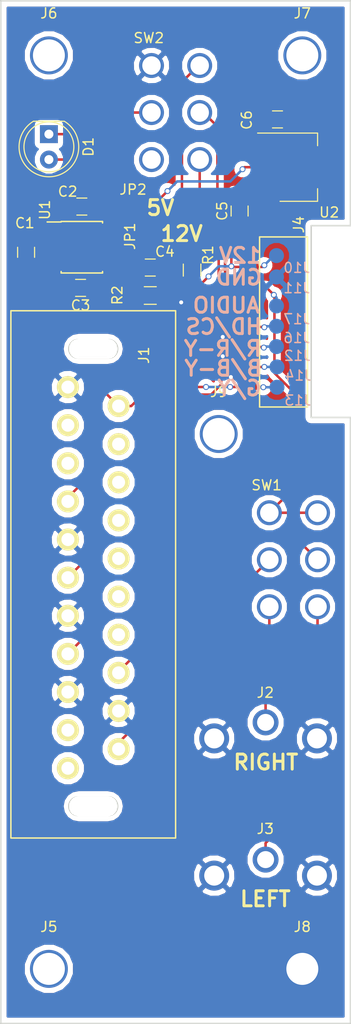
<source format=kicad_pcb>
(kicad_pcb (version 4) (host pcbnew 4.0.7-e2-6376~60~ubuntu17.10.1)

  (general
    (links 60)
    (no_connects 0)
    (area 178.377 33.579999 213.689001 135.965001)
    (thickness 1.6)
    (drawings 21)
    (tracks 194)
    (zones 0)
    (modules 31)
    (nets 20)
  )

  (page A4)
  (layers
    (0 F.Cu signal)
    (31 B.Cu signal)
    (32 B.Adhes user)
    (33 F.Adhes user)
    (34 B.Paste user)
    (35 F.Paste user)
    (36 B.SilkS user)
    (37 F.SilkS user)
    (38 B.Mask user)
    (39 F.Mask user)
    (40 Dwgs.User user)
    (41 Cmts.User user)
    (42 Eco1.User user)
    (43 Eco2.User user)
    (44 Edge.Cuts user)
    (45 Margin user)
    (46 B.CrtYd user)
    (47 F.CrtYd user)
    (48 B.Fab user)
    (49 F.Fab user)
  )

  (setup
    (last_trace_width 0.25)
    (trace_clearance 0.2)
    (zone_clearance 0.508)
    (zone_45_only no)
    (trace_min 0.2)
    (segment_width 0.2)
    (edge_width 0.15)
    (via_size 0.6)
    (via_drill 0.4)
    (via_min_size 0.4)
    (via_min_drill 0.3)
    (uvia_size 0.3)
    (uvia_drill 0.1)
    (uvias_allowed no)
    (uvia_min_size 0.2)
    (uvia_min_drill 0.1)
    (pcb_text_width 0.3)
    (pcb_text_size 1.5 1.5)
    (mod_edge_width 0.15)
    (mod_text_size 1 1)
    (mod_text_width 0.15)
    (pad_size 3.8 3.8)
    (pad_drill 3.2)
    (pad_to_mask_clearance 0.2)
    (aux_axis_origin 0 0)
    (visible_elements FFFFFF7F)
    (pcbplotparams
      (layerselection 0x010f0_80000001)
      (usegerberextensions false)
      (excludeedgelayer true)
      (linewidth 0.100000)
      (plotframeref false)
      (viasonmask false)
      (mode 1)
      (useauxorigin false)
      (hpglpennumber 1)
      (hpglpenspeed 20)
      (hpglpendiameter 15)
      (hpglpenoverlay 2)
      (psnegative false)
      (psa4output false)
      (plotreference true)
      (plotvalue true)
      (plotinvisibletext false)
      (padsonsilk false)
      (subtractmaskfromsilk false)
      (outputformat 1)
      (mirror false)
      (drillshape 0)
      (scaleselection 1)
      (outputdirectory plot))
  )

  (net 0 "")
  (net 1 /AUDIO_L)
  (net 2 GND)
  (net 3 /AUDIO_R)
  (net 4 "Net-(C1-Pad1)")
  (net 5 +12V)
  (net 6 "Net-(D1-Pad1)")
  (net 7 "Net-(D1-Pad2)")
  (net 8 /SW_AUDIO_R)
  (net 9 /SW_AUDIO_L)
  (net 10 /AUDIO)
  (net 11 /CSYNC)
  (net 12 "Net-(C4-Pad2)")
  (net 13 /CVBS_CSYNC)
  (net 14 /R-RY)
  (net 15 /GY)
  (net 16 /B-BY)
  (net 17 /HD_CS)
  (net 18 "Net-(C2-Pad1)")
  (net 19 +5V)

  (net_class Default "This is the default net class."
    (clearance 0.2)
    (trace_width 0.25)
    (via_dia 0.6)
    (via_drill 0.4)
    (uvia_dia 0.3)
    (uvia_drill 0.1)
    (add_net +12V)
    (add_net +5V)
    (add_net /AUDIO)
    (add_net /AUDIO_L)
    (add_net /AUDIO_R)
    (add_net /B-BY)
    (add_net /CSYNC)
    (add_net /CVBS_CSYNC)
    (add_net /GY)
    (add_net /HD_CS)
    (add_net /R-RY)
    (add_net /SW_AUDIO_L)
    (add_net /SW_AUDIO_R)
    (add_net GND)
    (add_net "Net-(C1-Pad1)")
    (add_net "Net-(C2-Pad1)")
    (add_net "Net-(C4-Pad2)")
    (add_net "Net-(D1-Pad1)")
    (add_net "Net-(D1-Pad2)")
  )

  (module molex-fpc:52852-1472 (layer F.Cu) (tedit 5AD3A4E5) (tstamp 5AB16218)
    (at 203.454 72.263 90)
    (path /5AB0377F)
    (fp_text reference J4 (at 16.2306 4.9784 90) (layer F.SilkS)
      (effects (font (size 1 1) (thickness 0.15)))
    )
    (fp_text value Conn_01x14 (at 6.45 3.5 90) (layer F.Fab)
      (effects (font (size 1 1) (thickness 0.15)))
    )
    (fp_line (start -2 1.05) (end -2 5.85) (layer F.SilkS) (width 0.15))
    (fp_line (start -2 5.85) (end 15 5.85) (layer F.SilkS) (width 0.15))
    (fp_line (start 15 5.85) (end 15 1.05) (layer F.SilkS) (width 0.15))
    (fp_line (start -2 1.05) (end 15 1.05) (layer F.SilkS) (width 0.15))
    (pad "" smd rect (at 16.15 2.35 90) (size 2.1 2.8) (layers F.Cu F.Paste F.Mask))
    (pad 1 smd rect (at 0 0 90) (size 0.6 1.9) (layers F.Cu F.Paste F.Mask)
      (net 15 /GY))
    (pad 2 smd rect (at 1 0 90) (size 0.6 1.9) (layers F.Cu F.Paste F.Mask)
      (net 2 GND))
    (pad 3 smd rect (at 2 0 90) (size 0.6 1.9) (layers F.Cu F.Paste F.Mask)
      (net 16 /B-BY))
    (pad 4 smd rect (at 3 0 90) (size 0.6 1.9) (layers F.Cu F.Paste F.Mask)
      (net 2 GND))
    (pad 5 smd rect (at 4 0 90) (size 0.6 1.9) (layers F.Cu F.Paste F.Mask)
      (net 14 /R-RY))
    (pad 6 smd rect (at 5 0 90) (size 0.6 1.9) (layers F.Cu F.Paste F.Mask)
      (net 2 GND))
    (pad 7 smd rect (at 6 0 90) (size 0.6 1.9) (layers F.Cu F.Paste F.Mask)
      (net 17 /HD_CS))
    (pad 8 smd rect (at 7 0 90) (size 0.6 1.9) (layers F.Cu F.Paste F.Mask)
      (net 2 GND))
    (pad 9 smd rect (at 8 0 90) (size 0.6 1.9) (layers F.Cu F.Paste F.Mask))
    (pad 10 smd rect (at 9 0 90) (size 0.6 1.9) (layers F.Cu F.Paste F.Mask)
      (net 2 GND))
    (pad 11 smd rect (at 10 0 90) (size 0.6 1.9) (layers F.Cu F.Paste F.Mask)
      (net 10 /AUDIO))
    (pad 12 smd rect (at 11 0 90) (size 0.6 1.9) (layers F.Cu F.Paste F.Mask)
      (net 2 GND))
    (pad 13 smd rect (at 12 0 90) (size 0.6 1.9) (layers F.Cu F.Paste F.Mask)
      (net 5 +12V))
    (pad 14 smd rect (at 13 0 90) (size 0.6 1.9) (layers F.Cu F.Paste F.Mask)
      (net 2 GND))
    (pad "" smd rect (at -3.15 2.35 90) (size 2.1 2.8) (layers F.Cu F.Paste F.Mask))
  )

  (module Capacitors_SMD:C_0805_HandSoldering (layer F.Cu) (tedit 5AB3FBE3) (tstamp 5AB17DAE)
    (at 181.102 58.801 270)
    (descr "Capacitor SMD 0805, hand soldering")
    (tags "capacitor 0805")
    (path /5AB16ADD)
    (attr smd)
    (fp_text reference C1 (at -2.921 0.127 360) (layer F.SilkS)
      (effects (font (size 1 1) (thickness 0.15)))
    )
    (fp_text value 0.1uF (at 0 1.75 270) (layer F.Fab)
      (effects (font (size 1 1) (thickness 0.15)))
    )
    (fp_text user %R (at 0 -1.75 270) (layer F.Fab)
      (effects (font (size 1 1) (thickness 0.15)))
    )
    (fp_line (start -1 0.62) (end -1 -0.62) (layer F.Fab) (width 0.1))
    (fp_line (start 1 0.62) (end -1 0.62) (layer F.Fab) (width 0.1))
    (fp_line (start 1 -0.62) (end 1 0.62) (layer F.Fab) (width 0.1))
    (fp_line (start -1 -0.62) (end 1 -0.62) (layer F.Fab) (width 0.1))
    (fp_line (start 0.5 -0.85) (end -0.5 -0.85) (layer F.SilkS) (width 0.12))
    (fp_line (start -0.5 0.85) (end 0.5 0.85) (layer F.SilkS) (width 0.12))
    (fp_line (start -2.25 -0.88) (end 2.25 -0.88) (layer F.CrtYd) (width 0.05))
    (fp_line (start -2.25 -0.88) (end -2.25 0.87) (layer F.CrtYd) (width 0.05))
    (fp_line (start 2.25 0.87) (end 2.25 -0.88) (layer F.CrtYd) (width 0.05))
    (fp_line (start 2.25 0.87) (end -2.25 0.87) (layer F.CrtYd) (width 0.05))
    (pad 1 smd rect (at -1.25 0 270) (size 1.5 1.25) (layers F.Cu F.Paste F.Mask)
      (net 4 "Net-(C1-Pad1)"))
    (pad 2 smd rect (at 1.25 0 270) (size 1.5 1.25) (layers F.Cu F.Paste F.Mask)
      (net 13 /CVBS_CSYNC))
    (model Capacitors_SMD.3dshapes/C_0805.wrl
      (at (xyz 0 0 0))
      (scale (xyz 1 1 1))
      (rotate (xyz 0 0 0))
    )
  )

  (module Capacitors_SMD:C_0805_HandSoldering (layer F.Cu) (tedit 5AD3A37F) (tstamp 5AB17DB4)
    (at 186.69 54.229 180)
    (descr "Capacitor SMD 0805, hand soldering")
    (tags "capacitor 0805")
    (path /5AB16F50)
    (attr smd)
    (fp_text reference C2 (at 1.4224 1.4986 360) (layer F.SilkS)
      (effects (font (size 1 1) (thickness 0.15)))
    )
    (fp_text value 10uF (at 0 1.75 180) (layer F.Fab)
      (effects (font (size 1 1) (thickness 0.15)))
    )
    (fp_text user %R (at 0 -1.75 180) (layer F.Fab)
      (effects (font (size 1 1) (thickness 0.15)))
    )
    (fp_line (start -1 0.62) (end -1 -0.62) (layer F.Fab) (width 0.1))
    (fp_line (start 1 0.62) (end -1 0.62) (layer F.Fab) (width 0.1))
    (fp_line (start 1 -0.62) (end 1 0.62) (layer F.Fab) (width 0.1))
    (fp_line (start -1 -0.62) (end 1 -0.62) (layer F.Fab) (width 0.1))
    (fp_line (start 0.5 -0.85) (end -0.5 -0.85) (layer F.SilkS) (width 0.12))
    (fp_line (start -0.5 0.85) (end 0.5 0.85) (layer F.SilkS) (width 0.12))
    (fp_line (start -2.25 -0.88) (end 2.25 -0.88) (layer F.CrtYd) (width 0.05))
    (fp_line (start -2.25 -0.88) (end -2.25 0.87) (layer F.CrtYd) (width 0.05))
    (fp_line (start 2.25 0.87) (end 2.25 -0.88) (layer F.CrtYd) (width 0.05))
    (fp_line (start 2.25 0.87) (end -2.25 0.87) (layer F.CrtYd) (width 0.05))
    (pad 1 smd rect (at -1.25 0 180) (size 1.5 1.25) (layers F.Cu F.Paste F.Mask)
      (net 18 "Net-(C2-Pad1)"))
    (pad 2 smd rect (at 1.25 0 180) (size 1.5 1.25) (layers F.Cu F.Paste F.Mask)
      (net 2 GND))
    (model Capacitors_SMD.3dshapes/C_0805.wrl
      (at (xyz 0 0 0))
      (scale (xyz 1 1 1))
      (rotate (xyz 0 0 0))
    )
  )

  (module Capacitors_SMD:C_0805_HandSoldering (layer F.Cu) (tedit 58AA84A8) (tstamp 5AB17DBA)
    (at 186.563 62.357 180)
    (descr "Capacitor SMD 0805, hand soldering")
    (tags "capacitor 0805")
    (path /5AB16F00)
    (attr smd)
    (fp_text reference C3 (at 0 -1.75 180) (layer F.SilkS)
      (effects (font (size 1 1) (thickness 0.15)))
    )
    (fp_text value 0.1uF (at 0 1.75 180) (layer F.Fab)
      (effects (font (size 1 1) (thickness 0.15)))
    )
    (fp_text user %R (at 0 -1.75 180) (layer F.Fab)
      (effects (font (size 1 1) (thickness 0.15)))
    )
    (fp_line (start -1 0.62) (end -1 -0.62) (layer F.Fab) (width 0.1))
    (fp_line (start 1 0.62) (end -1 0.62) (layer F.Fab) (width 0.1))
    (fp_line (start 1 -0.62) (end 1 0.62) (layer F.Fab) (width 0.1))
    (fp_line (start -1 -0.62) (end 1 -0.62) (layer F.Fab) (width 0.1))
    (fp_line (start 0.5 -0.85) (end -0.5 -0.85) (layer F.SilkS) (width 0.12))
    (fp_line (start -0.5 0.85) (end 0.5 0.85) (layer F.SilkS) (width 0.12))
    (fp_line (start -2.25 -0.88) (end 2.25 -0.88) (layer F.CrtYd) (width 0.05))
    (fp_line (start -2.25 -0.88) (end -2.25 0.87) (layer F.CrtYd) (width 0.05))
    (fp_line (start 2.25 0.87) (end 2.25 -0.88) (layer F.CrtYd) (width 0.05))
    (fp_line (start 2.25 0.87) (end -2.25 0.87) (layer F.CrtYd) (width 0.05))
    (pad 1 smd rect (at -1.25 0 180) (size 1.5 1.25) (layers F.Cu F.Paste F.Mask)
      (net 18 "Net-(C2-Pad1)"))
    (pad 2 smd rect (at 1.25 0 180) (size 1.5 1.25) (layers F.Cu F.Paste F.Mask)
      (net 2 GND))
    (model Capacitors_SMD.3dshapes/C_0805.wrl
      (at (xyz 0 0 0))
      (scale (xyz 1 1 1))
      (rotate (xyz 0 0 0))
    )
  )

  (module LEDs:LED_D5.0mm (layer F.Cu) (tedit 5995936A) (tstamp 5AB17DC0)
    (at 183.388 46.99 270)
    (descr "LED, diameter 5.0mm, 2 pins, http://cdn-reichelt.de/documents/datenblatt/A500/LL-504BC2E-009.pdf")
    (tags "LED diameter 5.0mm 2 pins")
    (path /5AB185AA)
    (fp_text reference D1 (at 1.27 -3.96 270) (layer F.SilkS)
      (effects (font (size 1 1) (thickness 0.15)))
    )
    (fp_text value LED (at 1.27 3.96 270) (layer F.Fab)
      (effects (font (size 1 1) (thickness 0.15)))
    )
    (fp_arc (start 1.27 0) (end -1.23 -1.469694) (angle 299.1) (layer F.Fab) (width 0.1))
    (fp_arc (start 1.27 0) (end -1.29 -1.54483) (angle 148.9) (layer F.SilkS) (width 0.12))
    (fp_arc (start 1.27 0) (end -1.29 1.54483) (angle -148.9) (layer F.SilkS) (width 0.12))
    (fp_circle (center 1.27 0) (end 3.77 0) (layer F.Fab) (width 0.1))
    (fp_circle (center 1.27 0) (end 3.77 0) (layer F.SilkS) (width 0.12))
    (fp_line (start -1.23 -1.469694) (end -1.23 1.469694) (layer F.Fab) (width 0.1))
    (fp_line (start -1.29 -1.545) (end -1.29 1.545) (layer F.SilkS) (width 0.12))
    (fp_line (start -1.95 -3.25) (end -1.95 3.25) (layer F.CrtYd) (width 0.05))
    (fp_line (start -1.95 3.25) (end 4.5 3.25) (layer F.CrtYd) (width 0.05))
    (fp_line (start 4.5 3.25) (end 4.5 -3.25) (layer F.CrtYd) (width 0.05))
    (fp_line (start 4.5 -3.25) (end -1.95 -3.25) (layer F.CrtYd) (width 0.05))
    (fp_text user %R (at 1.25 0 270) (layer F.Fab)
      (effects (font (size 0.8 0.8) (thickness 0.2)))
    )
    (pad 1 thru_hole rect (at 0 0 270) (size 1.8 1.8) (drill 0.9) (layers *.Cu *.Mask)
      (net 6 "Net-(D1-Pad1)"))
    (pad 2 thru_hole circle (at 2.54 0 270) (size 1.8 1.8) (drill 0.9) (layers *.Cu *.Mask)
      (net 7 "Net-(D1-Pad2)"))
    (model ${KISYS3DMOD}/LEDs.3dshapes/LED_D5.0mm.wrl
      (at (xyz 0 0 0))
      (scale (xyz 0.393701 0.393701 0.393701))
      (rotate (xyz 0 0 0))
    )
  )

  (module Resistors_SMD:R_0805_HandSoldering (layer F.Cu) (tedit 5AD3A3B1) (tstamp 5AB17DC6)
    (at 197.739 60.579 90)
    (descr "Resistor SMD 0805, hand soldering")
    (tags "resistor 0805")
    (path /5AB18716)
    (attr smd)
    (fp_text reference R1 (at 1.4986 1.6002 270) (layer F.SilkS)
      (effects (font (size 1 1) (thickness 0.15)))
    )
    (fp_text value R_LED (at 0 1.75 90) (layer F.Fab)
      (effects (font (size 1 1) (thickness 0.15)))
    )
    (fp_text user %R (at 0 0 90) (layer F.Fab)
      (effects (font (size 0.5 0.5) (thickness 0.075)))
    )
    (fp_line (start -1 0.62) (end -1 -0.62) (layer F.Fab) (width 0.1))
    (fp_line (start 1 0.62) (end -1 0.62) (layer F.Fab) (width 0.1))
    (fp_line (start 1 -0.62) (end 1 0.62) (layer F.Fab) (width 0.1))
    (fp_line (start -1 -0.62) (end 1 -0.62) (layer F.Fab) (width 0.1))
    (fp_line (start 0.6 0.88) (end -0.6 0.88) (layer F.SilkS) (width 0.12))
    (fp_line (start -0.6 -0.88) (end 0.6 -0.88) (layer F.SilkS) (width 0.12))
    (fp_line (start -2.35 -0.9) (end 2.35 -0.9) (layer F.CrtYd) (width 0.05))
    (fp_line (start -2.35 -0.9) (end -2.35 0.9) (layer F.CrtYd) (width 0.05))
    (fp_line (start 2.35 0.9) (end 2.35 -0.9) (layer F.CrtYd) (width 0.05))
    (fp_line (start 2.35 0.9) (end -2.35 0.9) (layer F.CrtYd) (width 0.05))
    (pad 1 smd rect (at -1.35 0 90) (size 1.5 1.3) (layers F.Cu F.Paste F.Mask)
      (net 5 +12V))
    (pad 2 smd rect (at 1.35 0 90) (size 1.5 1.3) (layers F.Cu F.Paste F.Mask)
      (net 7 "Net-(D1-Pad2)"))
    (model ${KISYS3DMOD}/Resistors_SMD.3dshapes/R_0805.wrl
      (at (xyz 0 0 0))
      (scale (xyz 1 1 1))
      (rotate (xyz 0 0 0))
    )
  )

  (module Housings_SOIC:SOIC-8_3.9x4.9mm_Pitch1.27mm (layer F.Cu) (tedit 5AD3A38A) (tstamp 5AB17DD2)
    (at 186.69 58.293)
    (descr "8-Lead Plastic Small Outline (SN) - Narrow, 3.90 mm Body [SOIC] (see Microchip Packaging Specification 00000049BS.pdf)")
    (tags "SOIC 1.27")
    (path /5AB16A85)
    (attr smd)
    (fp_text reference U1 (at -3.7084 -3.7338 270) (layer F.SilkS)
      (effects (font (size 1 1) (thickness 0.15)))
    )
    (fp_text value LM1881 (at 0 3.5) (layer F.Fab)
      (effects (font (size 1 1) (thickness 0.15)))
    )
    (fp_text user %R (at 0 0) (layer F.Fab)
      (effects (font (size 1 1) (thickness 0.15)))
    )
    (fp_line (start -0.95 -2.45) (end 1.95 -2.45) (layer F.Fab) (width 0.1))
    (fp_line (start 1.95 -2.45) (end 1.95 2.45) (layer F.Fab) (width 0.1))
    (fp_line (start 1.95 2.45) (end -1.95 2.45) (layer F.Fab) (width 0.1))
    (fp_line (start -1.95 2.45) (end -1.95 -1.45) (layer F.Fab) (width 0.1))
    (fp_line (start -1.95 -1.45) (end -0.95 -2.45) (layer F.Fab) (width 0.1))
    (fp_line (start -3.73 -2.7) (end -3.73 2.7) (layer F.CrtYd) (width 0.05))
    (fp_line (start 3.73 -2.7) (end 3.73 2.7) (layer F.CrtYd) (width 0.05))
    (fp_line (start -3.73 -2.7) (end 3.73 -2.7) (layer F.CrtYd) (width 0.05))
    (fp_line (start -3.73 2.7) (end 3.73 2.7) (layer F.CrtYd) (width 0.05))
    (fp_line (start -2.075 -2.575) (end -2.075 -2.525) (layer F.SilkS) (width 0.15))
    (fp_line (start 2.075 -2.575) (end 2.075 -2.43) (layer F.SilkS) (width 0.15))
    (fp_line (start 2.075 2.575) (end 2.075 2.43) (layer F.SilkS) (width 0.15))
    (fp_line (start -2.075 2.575) (end -2.075 2.43) (layer F.SilkS) (width 0.15))
    (fp_line (start -2.075 -2.575) (end 2.075 -2.575) (layer F.SilkS) (width 0.15))
    (fp_line (start -2.075 2.575) (end 2.075 2.575) (layer F.SilkS) (width 0.15))
    (fp_line (start -2.075 -2.525) (end -3.475 -2.525) (layer F.SilkS) (width 0.15))
    (pad 1 smd rect (at -2.7 -1.905) (size 1.55 0.6) (layers F.Cu F.Paste F.Mask)
      (net 11 /CSYNC))
    (pad 2 smd rect (at -2.7 -0.635) (size 1.55 0.6) (layers F.Cu F.Paste F.Mask)
      (net 4 "Net-(C1-Pad1)"))
    (pad 3 smd rect (at -2.7 0.635) (size 1.55 0.6) (layers F.Cu F.Paste F.Mask))
    (pad 4 smd rect (at -2.7 1.905) (size 1.55 0.6) (layers F.Cu F.Paste F.Mask)
      (net 2 GND))
    (pad 5 smd rect (at 2.7 1.905) (size 1.55 0.6) (layers F.Cu F.Paste F.Mask))
    (pad 6 smd rect (at 2.7 0.635) (size 1.55 0.6) (layers F.Cu F.Paste F.Mask)
      (net 12 "Net-(C4-Pad2)"))
    (pad 7 smd rect (at 2.7 -0.635) (size 1.55 0.6) (layers F.Cu F.Paste F.Mask))
    (pad 8 smd rect (at 2.7 -1.905) (size 1.55 0.6) (layers F.Cu F.Paste F.Mask)
      (net 18 "Net-(C2-Pad1)"))
    (model ${KISYS3DMOD}/Housings_SOIC.3dshapes/SOIC-8_3.9x4.9mm_Pitch1.27mm.wrl
      (at (xyz 0 0 0))
      (scale (xyz 1 1 1))
      (rotate (xyz 0 0 0))
    )
  )

  (module Capacitors_SMD:C_0805_HandSoldering (layer F.Cu) (tedit 5AD39700) (tstamp 5AB18040)
    (at 193.548 60.325 180)
    (descr "Capacitor SMD 0805, hand soldering")
    (tags "capacitor 0805")
    (path /5AB189F6)
    (attr smd)
    (fp_text reference C4 (at -1.4605 1.5875 180) (layer F.SilkS)
      (effects (font (size 1 1) (thickness 0.15)))
    )
    (fp_text value 0.1uF (at 0 1.75 180) (layer F.Fab)
      (effects (font (size 1 1) (thickness 0.15)))
    )
    (fp_text user %R (at 0 -1.75 180) (layer F.Fab)
      (effects (font (size 1 1) (thickness 0.15)))
    )
    (fp_line (start -1 0.62) (end -1 -0.62) (layer F.Fab) (width 0.1))
    (fp_line (start 1 0.62) (end -1 0.62) (layer F.Fab) (width 0.1))
    (fp_line (start 1 -0.62) (end 1 0.62) (layer F.Fab) (width 0.1))
    (fp_line (start -1 -0.62) (end 1 -0.62) (layer F.Fab) (width 0.1))
    (fp_line (start 0.5 -0.85) (end -0.5 -0.85) (layer F.SilkS) (width 0.12))
    (fp_line (start -0.5 0.85) (end 0.5 0.85) (layer F.SilkS) (width 0.12))
    (fp_line (start -2.25 -0.88) (end 2.25 -0.88) (layer F.CrtYd) (width 0.05))
    (fp_line (start -2.25 -0.88) (end -2.25 0.87) (layer F.CrtYd) (width 0.05))
    (fp_line (start 2.25 0.87) (end 2.25 -0.88) (layer F.CrtYd) (width 0.05))
    (fp_line (start 2.25 0.87) (end -2.25 0.87) (layer F.CrtYd) (width 0.05))
    (pad 1 smd rect (at -1.25 0 180) (size 1.5 1.25) (layers F.Cu F.Paste F.Mask)
      (net 2 GND))
    (pad 2 smd rect (at 1.25 0 180) (size 1.5 1.25) (layers F.Cu F.Paste F.Mask)
      (net 12 "Net-(C4-Pad2)"))
    (model Capacitors_SMD.3dshapes/C_0805.wrl
      (at (xyz 0 0 0))
      (scale (xyz 1 1 1))
      (rotate (xyz 0 0 0))
    )
  )

  (module Resistors_SMD:R_0805_HandSoldering (layer F.Cu) (tedit 5AD8D9C1) (tstamp 5AB18046)
    (at 193.548 63.119 180)
    (descr "Resistor SMD 0805, hand soldering")
    (tags "resistor 0805")
    (path /5AB189A4)
    (attr smd)
    (fp_text reference R2 (at 3.302 0.0254 270) (layer F.SilkS)
      (effects (font (size 1 1) (thickness 0.15)))
    )
    (fp_text value 680k (at 0 1.75 180) (layer F.Fab)
      (effects (font (size 1 1) (thickness 0.15)))
    )
    (fp_text user %R (at 0 0 180) (layer F.Fab)
      (effects (font (size 0.5 0.5) (thickness 0.075)))
    )
    (fp_line (start -1 0.62) (end -1 -0.62) (layer F.Fab) (width 0.1))
    (fp_line (start 1 0.62) (end -1 0.62) (layer F.Fab) (width 0.1))
    (fp_line (start 1 -0.62) (end 1 0.62) (layer F.Fab) (width 0.1))
    (fp_line (start -1 -0.62) (end 1 -0.62) (layer F.Fab) (width 0.1))
    (fp_line (start 0.6 0.88) (end -0.6 0.88) (layer F.SilkS) (width 0.12))
    (fp_line (start -0.6 -0.88) (end 0.6 -0.88) (layer F.SilkS) (width 0.12))
    (fp_line (start -2.35 -0.9) (end 2.35 -0.9) (layer F.CrtYd) (width 0.05))
    (fp_line (start -2.35 -0.9) (end -2.35 0.9) (layer F.CrtYd) (width 0.05))
    (fp_line (start 2.35 0.9) (end 2.35 -0.9) (layer F.CrtYd) (width 0.05))
    (fp_line (start 2.35 0.9) (end -2.35 0.9) (layer F.CrtYd) (width 0.05))
    (pad 1 smd rect (at -1.35 0 180) (size 1.5 1.3) (layers F.Cu F.Paste F.Mask)
      (net 2 GND))
    (pad 2 smd rect (at 1.35 0 180) (size 1.5 1.3) (layers F.Cu F.Paste F.Mask)
      (net 12 "Net-(C4-Pad2)"))
    (model ${KISYS3DMOD}/Resistors_SMD.3dshapes/R_0805.wrl
      (at (xyz 0 0 0))
      (scale (xyz 1 1 1))
      (rotate (xyz 0 0 0))
    )
  )

  (module eswitch-dpdt:eswitch-dpdt-m2 (layer F.Cu) (tedit 5AB17F78) (tstamp 5AB18050)
    (at 210.312 94.234 180)
    (path /5AB17B22)
    (fp_text reference SW1 (at 5.1 12.15 180) (layer F.SilkS)
      (effects (font (size 1 1) (thickness 0.15)))
    )
    (fp_text value SW_DPDT_x2 (at 2.55 -2.8 180) (layer F.Fab)
      (effects (font (size 1 1) (thickness 0.15)))
    )
    (pad 1 thru_hole circle (at 0 0 180) (size 2.5 2.5) (drill 1.85) (layers *.Cu *.Mask)
      (net 9 /SW_AUDIO_L))
    (pad 4 thru_hole circle (at 4.83 0 180) (size 2.5 2.5) (drill 1.85) (layers *.Cu *.Mask)
      (net 8 /SW_AUDIO_R))
    (pad 2 thru_hole circle (at 0 4.7 180) (size 2.5 2.5) (drill 1.85) (layers *.Cu *.Mask)
      (net 1 /AUDIO_L))
    (pad 5 thru_hole circle (at 4.83 4.7 180) (size 2.5 2.5) (drill 1.85) (layers *.Cu *.Mask)
      (net 3 /AUDIO_R))
    (pad 3 thru_hole circle (at 0 9.4 180) (size 2.5 2.5) (drill 1.85) (layers *.Cu *.Mask)
      (net 10 /AUDIO))
    (pad 6 thru_hole circle (at 4.83 9.4 180) (size 2.5 2.5) (drill 1.85) (layers *.Cu *.Mask)
      (net 10 /AUDIO))
  )

  (module eswitch-dpdt:eswitch-dpdt-m2 (layer F.Cu) (tedit 5AB17F78) (tstamp 5AB1805A)
    (at 198.501 49.53 180)
    (path /5AB17FE6)
    (fp_text reference SW2 (at 5.1 12.15 180) (layer F.SilkS)
      (effects (font (size 1 1) (thickness 0.15)))
    )
    (fp_text value SW_DPDT_x2 (at 2.55 -2.8 180) (layer F.Fab)
      (effects (font (size 1 1) (thickness 0.15)))
    )
    (pad 1 thru_hole circle (at 0 0 180) (size 2.5 2.5) (drill 1.85) (layers *.Cu *.Mask)
      (net 13 /CVBS_CSYNC))
    (pad 4 thru_hole circle (at 4.83 0 180) (size 2.5 2.5) (drill 1.85) (layers *.Cu *.Mask))
    (pad 2 thru_hole circle (at 0 4.7 180) (size 2.5 2.5) (drill 1.85) (layers *.Cu *.Mask)
      (net 17 /HD_CS))
    (pad 5 thru_hole circle (at 4.83 4.7 180) (size 2.5 2.5) (drill 1.85) (layers *.Cu *.Mask)
      (net 6 "Net-(D1-Pad1)"))
    (pad 3 thru_hole circle (at 0 9.4 180) (size 2.5 2.5) (drill 1.85) (layers *.Cu *.Mask)
      (net 11 /CSYNC))
    (pad 6 thru_hole circle (at 4.83 9.4 180) (size 2.5 2.5) (drill 1.85) (layers *.Cu *.Mask)
      (net 2 GND))
  )

  (module Mounting_Holes:MountingHole_3.2mm_M3 (layer F.Cu) (tedit 5AB2A467) (tstamp 5AB2A426)
    (at 183.388 130.429)
    (descr "Mounting Hole 3.2mm, no annular, M3")
    (tags "mounting hole 3.2mm no annular m3")
    (path /5AB2A39C)
    (fp_text reference J5 (at 0 -4.2) (layer F.SilkS)
      (effects (font (size 1 1) (thickness 0.15)))
    )
    (fp_text value TEST_1P (at 0 4.2) (layer F.Fab)
      (effects (font (size 1 1) (thickness 0.15)))
    )
    (fp_circle (center 0 0) (end 3.2 0) (layer Cmts.User) (width 0.15))
    (fp_circle (center 0 0) (end 3.45 0) (layer F.CrtYd) (width 0.05))
    (pad "" np_thru_hole circle (at 0 0) (size 3.8 3.8) (drill 3.2) (layers *.Cu *.Mask))
  )

  (module Mounting_Holes:MountingHole_3.2mm_M3 (layer F.Cu) (tedit 5AB2A46E) (tstamp 5AB2A42B)
    (at 183.388 39.116)
    (descr "Mounting Hole 3.2mm, no annular, M3")
    (tags "mounting hole 3.2mm no annular m3")
    (path /5AB2A463)
    (fp_text reference J6 (at 0 -4.2) (layer F.SilkS)
      (effects (font (size 1 1) (thickness 0.15)))
    )
    (fp_text value TEST_1P (at 0 4.2) (layer F.Fab)
      (effects (font (size 1 1) (thickness 0.15)))
    )
    (fp_circle (center 0 0) (end 3.2 0) (layer Cmts.User) (width 0.15))
    (fp_circle (center 0 0) (end 3.45 0) (layer F.CrtYd) (width 0.05))
    (pad "" np_thru_hole circle (at 0 0) (size 3.8 3.8) (drill 3.2) (layers *.Cu *.Mask))
  )

  (module Mounting_Holes:MountingHole_3.2mm_M3 (layer F.Cu) (tedit 5AB2BBC9) (tstamp 5AB2BBCE)
    (at 208.788 39.116)
    (descr "Mounting Hole 3.2mm, no annular, M3")
    (tags "mounting hole 3.2mm no annular m3")
    (path /5AB2C14E)
    (fp_text reference J7 (at 0 -4.2) (layer F.SilkS)
      (effects (font (size 1 1) (thickness 0.15)))
    )
    (fp_text value TEST_1P (at 0 4.2) (layer F.Fab)
      (effects (font (size 1 1) (thickness 0.15)))
    )
    (fp_circle (center 0 0) (end 3.2 0) (layer Cmts.User) (width 0.15))
    (fp_circle (center 0 0) (end 3.45 0) (layer F.CrtYd) (width 0.05))
    (pad "" np_thru_hole circle (at 0 0) (size 3.8 3.8) (drill 3.2) (layers *.Cu *.Mask))
  )

  (module Mounting_Holes:MountingHole_3.2mm_M3 (layer F.Cu) (tedit 56D1B4CB) (tstamp 5AB673F0)
    (at 208.788 130.429)
    (descr "Mounting Hole 3.2mm, no annular, M3")
    (tags "mounting hole 3.2mm no annular m3")
    (path /5AB675E3)
    (zone_connect 2)
    (fp_text reference J8 (at 0 -4.2) (layer F.SilkS)
      (effects (font (size 1 1) (thickness 0.15)))
    )
    (fp_text value TEST_1P (at 0 4.2) (layer F.Fab)
      (effects (font (size 1 1) (thickness 0.15)))
    )
    (fp_circle (center 0 0) (end 3.2 0) (layer Cmts.User) (width 0.15))
    (fp_circle (center 0 0) (end 3.45 0) (layer F.CrtYd) (width 0.05))
    (pad 1 np_thru_hole circle (at 0 0) (size 3.2 3.2) (drill 3.2) (layers *.Cu *.Mask)
      (net 2 GND) (zone_connect 2))
  )

  (module Mounting_Holes:MountingHole_3.2mm_M3 (layer F.Cu) (tedit 5ABA700E) (tstamp 5AB673F7)
    (at 200.406 76.962)
    (descr "Mounting Hole 3.2mm, no annular, M3")
    (tags "mounting hole 3.2mm no annular m3")
    (path /5AB6764D)
    (fp_text reference J9 (at 0 -4.2) (layer F.SilkS)
      (effects (font (size 1 1) (thickness 0.15)))
    )
    (fp_text value TEST_1P (at 0 4.2) (layer F.Fab)
      (effects (font (size 1 1) (thickness 0.15)))
    )
    (fp_circle (center 0 0) (end 3.2 0) (layer Cmts.User) (width 0.15))
    (fp_circle (center 0 0) (end 3.45 0) (layer F.CrtYd) (width 0.05))
    (pad "" np_thru_hole circle (at 0 0) (size 3.8 3.8) (drill 3.2) (layers *.Cu *.Mask))
  )

  (module Capacitors_SMD:C_0805_HandSoldering (layer F.Cu) (tedit 58AA84A8) (tstamp 5AD38836)
    (at 202.5015 54.6735 90)
    (descr "Capacitor SMD 0805, hand soldering")
    (tags "capacitor 0805")
    (path /5AD3AB7A)
    (attr smd)
    (fp_text reference C5 (at 0 -1.75 90) (layer F.SilkS)
      (effects (font (size 1 1) (thickness 0.15)))
    )
    (fp_text value 10uF (at 0 1.75 90) (layer F.Fab)
      (effects (font (size 1 1) (thickness 0.15)))
    )
    (fp_text user %R (at 0 -1.75 90) (layer F.Fab)
      (effects (font (size 1 1) (thickness 0.15)))
    )
    (fp_line (start -1 0.62) (end -1 -0.62) (layer F.Fab) (width 0.1))
    (fp_line (start 1 0.62) (end -1 0.62) (layer F.Fab) (width 0.1))
    (fp_line (start 1 -0.62) (end 1 0.62) (layer F.Fab) (width 0.1))
    (fp_line (start -1 -0.62) (end 1 -0.62) (layer F.Fab) (width 0.1))
    (fp_line (start 0.5 -0.85) (end -0.5 -0.85) (layer F.SilkS) (width 0.12))
    (fp_line (start -0.5 0.85) (end 0.5 0.85) (layer F.SilkS) (width 0.12))
    (fp_line (start -2.25 -0.88) (end 2.25 -0.88) (layer F.CrtYd) (width 0.05))
    (fp_line (start -2.25 -0.88) (end -2.25 0.87) (layer F.CrtYd) (width 0.05))
    (fp_line (start 2.25 0.87) (end 2.25 -0.88) (layer F.CrtYd) (width 0.05))
    (fp_line (start 2.25 0.87) (end -2.25 0.87) (layer F.CrtYd) (width 0.05))
    (pad 1 smd rect (at -1.25 0 90) (size 1.5 1.25) (layers F.Cu F.Paste F.Mask)
      (net 2 GND))
    (pad 2 smd rect (at 1.25 0 90) (size 1.5 1.25) (layers F.Cu F.Paste F.Mask)
      (net 5 +12V))
    (model Capacitors_SMD.3dshapes/C_0805.wrl
      (at (xyz 0 0 0))
      (scale (xyz 1 1 1))
      (rotate (xyz 0 0 0))
    )
  )

  (module Capacitors_SMD:C_0805_HandSoldering (layer F.Cu) (tedit 5AD3A4F1) (tstamp 5AD3883C)
    (at 206.2988 45.5168)
    (descr "Capacitor SMD 0805, hand soldering")
    (tags "capacitor 0805")
    (path /5AD3ADF3)
    (attr smd)
    (fp_text reference C6 (at -3.0861 0.0635 90) (layer F.SilkS)
      (effects (font (size 1 1) (thickness 0.15)))
    )
    (fp_text value 10uF (at 0 1.75) (layer F.Fab)
      (effects (font (size 1 1) (thickness 0.15)))
    )
    (fp_text user %R (at 0 -1.75) (layer F.Fab)
      (effects (font (size 1 1) (thickness 0.15)))
    )
    (fp_line (start -1 0.62) (end -1 -0.62) (layer F.Fab) (width 0.1))
    (fp_line (start 1 0.62) (end -1 0.62) (layer F.Fab) (width 0.1))
    (fp_line (start 1 -0.62) (end 1 0.62) (layer F.Fab) (width 0.1))
    (fp_line (start -1 -0.62) (end 1 -0.62) (layer F.Fab) (width 0.1))
    (fp_line (start 0.5 -0.85) (end -0.5 -0.85) (layer F.SilkS) (width 0.12))
    (fp_line (start -0.5 0.85) (end 0.5 0.85) (layer F.SilkS) (width 0.12))
    (fp_line (start -2.25 -0.88) (end 2.25 -0.88) (layer F.CrtYd) (width 0.05))
    (fp_line (start -2.25 -0.88) (end -2.25 0.87) (layer F.CrtYd) (width 0.05))
    (fp_line (start 2.25 0.87) (end 2.25 -0.88) (layer F.CrtYd) (width 0.05))
    (fp_line (start 2.25 0.87) (end -2.25 0.87) (layer F.CrtYd) (width 0.05))
    (pad 1 smd rect (at -1.25 0) (size 1.5 1.25) (layers F.Cu F.Paste F.Mask)
      (net 2 GND))
    (pad 2 smd rect (at 1.25 0) (size 1.5 1.25) (layers F.Cu F.Paste F.Mask)
      (net 19 +5V))
    (model Capacitors_SMD.3dshapes/C_0805.wrl
      (at (xyz 0 0 0))
      (scale (xyz 1 1 1))
      (rotate (xyz 0 0 0))
    )
  )

  (module Measurement_Points:Measurement_Point_Round-SMD-Pad_Small (layer B.Cu) (tedit 5AD3A0EE) (tstamp 5AD38841)
    (at 206.1972 59.1312)
    (descr "Mesurement Point, Round, SMD Pad, DM 1.5mm,")
    (tags "Mesurement Point Round SMD Pad 1.5mm")
    (path /5AD39755)
    (attr virtual)
    (fp_text reference J10 (at 2.032 1.2192) (layer B.SilkS)
      (effects (font (size 1 1) (thickness 0.15)) (justify mirror))
    )
    (fp_text value TEST_12V (at 0 -2) (layer B.Fab)
      (effects (font (size 1 1) (thickness 0.15)) (justify mirror))
    )
    (fp_circle (center 0 0) (end 1 0) (layer B.CrtYd) (width 0.05))
    (pad 1 smd circle (at 0 0) (size 1.5 1.5) (layers B.Cu B.Mask)
      (net 5 +12V))
  )

  (module Measurement_Points:Measurement_Point_Round-SMD-Pad_Small (layer B.Cu) (tedit 5AD3A0D9) (tstamp 5AD38846)
    (at 206.1972 61.2648)
    (descr "Mesurement Point, Round, SMD Pad, DM 1.5mm,")
    (tags "Mesurement Point Round SMD Pad 1.5mm")
    (path /5AD39B4F)
    (attr virtual)
    (fp_text reference J11 (at 2.032 1.1176) (layer B.SilkS)
      (effects (font (size 1 1) (thickness 0.15)) (justify mirror))
    )
    (fp_text value TEST_GND (at 0 -2) (layer B.Fab)
      (effects (font (size 1 1) (thickness 0.15)) (justify mirror))
    )
    (fp_circle (center 0 0) (end 1 0) (layer B.CrtYd) (width 0.05))
    (pad 1 smd circle (at 0 0) (size 1.5 1.5) (layers B.Cu B.Mask)
      (net 2 GND))
  )

  (module Measurement_Points:Measurement_Point_Round-SMD-Pad_Small (layer B.Cu) (tedit 5AD3A0AF) (tstamp 5AD3884B)
    (at 206.1972 68.2244)
    (descr "Mesurement Point, Round, SMD Pad, DM 1.5mm,")
    (tags "Mesurement Point Round SMD Pad 1.5mm")
    (path /5AD39050)
    (attr virtual)
    (fp_text reference J12 (at 2.0828 0.9144) (layer B.SilkS)
      (effects (font (size 1 1) (thickness 0.15)) (justify mirror))
    )
    (fp_text value TEST_R/R-Y (at 0 -2) (layer B.Fab)
      (effects (font (size 1 1) (thickness 0.15)) (justify mirror))
    )
    (fp_circle (center 0 0) (end 1 0) (layer B.CrtYd) (width 0.05))
    (pad 1 smd circle (at 0 0) (size 1.5 1.5) (layers B.Cu B.Mask)
      (net 14 /R-RY))
  )

  (module Measurement_Points:Measurement_Point_Round-SMD-Pad_Small (layer B.Cu) (tedit 5AD3A0A3) (tstamp 5AD38850)
    (at 206.248 72.2884)
    (descr "Mesurement Point, Round, SMD Pad, DM 1.5mm,")
    (tags "Mesurement Point Round SMD Pad 1.5mm")
    (path /5AD39362)
    (attr virtual)
    (fp_text reference J13 (at 2.0828 1.3208) (layer B.SilkS)
      (effects (font (size 1 1) (thickness 0.15)) (justify mirror))
    )
    (fp_text value TEST_G/G-Y (at 0 -2) (layer B.Fab)
      (effects (font (size 1 1) (thickness 0.15)) (justify mirror))
    )
    (fp_circle (center 0 0) (end 1 0) (layer B.CrtYd) (width 0.05))
    (pad 1 smd circle (at 0 0) (size 1.5 1.5) (layers B.Cu B.Mask)
      (net 15 /GY))
  )

  (module Measurement_Points:Measurement_Point_Round-SMD-Pad_Small (layer B.Cu) (tedit 5AD3A09C) (tstamp 5AD38855)
    (at 206.248 70.2564)
    (descr "Mesurement Point, Round, SMD Pad, DM 1.5mm,")
    (tags "Mesurement Point Round SMD Pad 1.5mm")
    (path /5AD39425)
    (attr virtual)
    (fp_text reference J14 (at 2.1336 0.8636) (layer B.SilkS)
      (effects (font (size 1 1) (thickness 0.15)) (justify mirror))
    )
    (fp_text value TEST_B/B-Y (at 0 -2) (layer B.Fab)
      (effects (font (size 1 1) (thickness 0.15)) (justify mirror))
    )
    (fp_circle (center 0 0) (end 1 0) (layer B.CrtYd) (width 0.05))
    (pad 1 smd circle (at 0 0) (size 1.5 1.5) (layers B.Cu B.Mask)
      (net 16 /B-BY))
  )

  (module Measurement_Points:Measurement_Point_Round-SMD-Pad_Small (layer B.Cu) (tedit 5AD3A0BE) (tstamp 5AD3885F)
    (at 206.1972 66.1924)
    (descr "Mesurement Point, Round, SMD Pad, DM 1.5mm,")
    (tags "Mesurement Point Round SMD Pad 1.5mm")
    (path /5AD3A262)
    (attr virtual)
    (fp_text reference J16 (at 2.032 1.1684) (layer B.SilkS)
      (effects (font (size 1 1) (thickness 0.15)) (justify mirror))
    )
    (fp_text value TEST_HD/CS (at 0 -2) (layer B.Fab)
      (effects (font (size 1 1) (thickness 0.15)) (justify mirror))
    )
    (fp_circle (center 0 0) (end 1 0) (layer B.CrtYd) (width 0.05))
    (pad 1 smd circle (at 0 0) (size 1.5 1.5) (layers B.Cu B.Mask)
      (net 17 /HD_CS))
  )

  (module Measurement_Points:Measurement_Point_Round-SMD-Pad_Small (layer B.Cu) (tedit 5AD3A0C9) (tstamp 5AD38864)
    (at 206.1972 64.1604)
    (descr "Mesurement Point, Round, SMD Pad, DM 1.5mm,")
    (tags "Mesurement Point Round SMD Pad 1.5mm")
    (path /5AD38903)
    (attr virtual)
    (fp_text reference J17 (at 2.032 1.3208) (layer B.SilkS)
      (effects (font (size 1 1) (thickness 0.15)) (justify mirror))
    )
    (fp_text value TEST_AUDIO (at 0 -2) (layer B.Fab)
      (effects (font (size 1 1) (thickness 0.15)) (justify mirror))
    )
    (fp_circle (center 0 0) (end 1 0) (layer B.CrtYd) (width 0.05))
    (pad 1 smd circle (at 0 0) (size 1.5 1.5) (layers B.Cu B.Mask)
      (net 10 /AUDIO))
  )

  (module TO_SOT_Packages_SMD:SOT-223 (layer F.Cu) (tedit 5AD77948) (tstamp 5AD38878)
    (at 208.407 50.292)
    (descr "module CMS SOT223 4 pins")
    (tags "CMS SOT")
    (path /5AD3A86C)
    (attr smd)
    (fp_text reference U2 (at 3.0734 4.5212) (layer F.SilkS)
      (effects (font (size 1 1) (thickness 0.15)))
    )
    (fp_text value AZ1117-5.0 (at 0 4.5) (layer F.Fab)
      (effects (font (size 1 1) (thickness 0.15)))
    )
    (fp_text user %R (at 0 0 90) (layer F.Fab)
      (effects (font (size 0.8 0.8) (thickness 0.12)))
    )
    (fp_line (start -1.85 -2.3) (end -0.8 -3.35) (layer F.Fab) (width 0.1))
    (fp_line (start 1.91 3.41) (end 1.91 2.15) (layer F.SilkS) (width 0.12))
    (fp_line (start 1.91 -3.41) (end 1.91 -2.15) (layer F.SilkS) (width 0.12))
    (fp_line (start 4.4 -3.6) (end -4.4 -3.6) (layer F.CrtYd) (width 0.05))
    (fp_line (start 4.4 3.6) (end 4.4 -3.6) (layer F.CrtYd) (width 0.05))
    (fp_line (start -4.4 3.6) (end 4.4 3.6) (layer F.CrtYd) (width 0.05))
    (fp_line (start -4.4 -3.6) (end -4.4 3.6) (layer F.CrtYd) (width 0.05))
    (fp_line (start -1.85 -2.3) (end -1.85 3.35) (layer F.Fab) (width 0.1))
    (fp_line (start -1.85 3.41) (end 1.91 3.41) (layer F.SilkS) (width 0.12))
    (fp_line (start -0.8 -3.35) (end 1.85 -3.35) (layer F.Fab) (width 0.1))
    (fp_line (start -4.1 -3.41) (end 1.91 -3.41) (layer F.SilkS) (width 0.12))
    (fp_line (start -1.85 3.35) (end 1.85 3.35) (layer F.Fab) (width 0.1))
    (fp_line (start 1.85 -3.35) (end 1.85 3.35) (layer F.Fab) (width 0.1))
    (pad 4 smd rect (at 3.15 0) (size 2 3.8) (layers F.Cu F.Paste F.Mask))
    (pad 2 smd rect (at -3.15 0) (size 2 1.5) (layers F.Cu F.Paste F.Mask)
      (net 19 +5V))
    (pad 3 smd rect (at -3.15 2.3) (size 2 1.5) (layers F.Cu F.Paste F.Mask)
      (net 5 +12V))
    (pad 1 smd rect (at -3.15 -2.3) (size 2 1.5) (layers F.Cu F.Paste F.Mask)
      (net 2 GND))
    (model ${KISYS3DMOD}/TO_SOT_Packages_SMD.3dshapes/SOT-223.wrl
      (at (xyz 0 0 0))
      (scale (xyz 1 1 1))
      (rotate (xyz 0 0 0))
    )
  )

  (module rca:RCJ-02 (layer F.Cu) (tedit 5AD8D9FF) (tstamp 5AB16204)
    (at 205.105 119.507)
    (path /5AB038D5)
    (fp_text reference J3 (at -0.0254 -3.0734 180) (layer F.SilkS)
      (effects (font (size 1 1) (thickness 0.15)))
    )
    (fp_text value Conn_Coaxial (at -4.15 -2.25) (layer F.Fab)
      (effects (font (size 1 1) (thickness 0.15)))
    )
    (pad 2 thru_hole circle (at -5.15 1.6) (size 3 3) (drill 2) (layers *.Cu *.Mask)
      (net 2 GND))
    (pad 2 thru_hole circle (at 5.15 1.6) (size 3 3) (drill 2) (layers *.Cu *.Mask)
      (net 2 GND))
    (pad 1 thru_hole circle (at 0 0) (size 2.6 2.6) (drill 1.7) (layers *.Cu *.Mask)
      (net 9 /SW_AUDIO_L))
  )

  (module rca:RCJ-02 (layer F.Cu) (tedit 5AD8D9F9) (tstamp 5AB161FD)
    (at 205.105 105.791)
    (path /5AB03822)
    (fp_text reference J2 (at -0.0254 -2.9718 180) (layer F.SilkS)
      (effects (font (size 1 1) (thickness 0.15)))
    )
    (fp_text value Conn_Coaxial (at -4.15 -2.25) (layer F.Fab)
      (effects (font (size 1 1) (thickness 0.15)))
    )
    (pad 2 thru_hole circle (at -5.15 1.6) (size 3 3) (drill 2) (layers *.Cu *.Mask)
      (net 2 GND))
    (pad 2 thru_hole circle (at 5.15 1.6) (size 3 3) (drill 2) (layers *.Cu *.Mask)
      (net 2 GND))
    (pad 1 thru_hole circle (at 0 0) (size 2.6 2.6) (drill 1.7) (layers *.Cu *.Mask)
      (net 8 /SW_AUDIO_R))
  )

  (module scart-conn:K-SCARTX-024 (layer F.Cu) (tedit 5AE62249) (tstamp 5AB161F6)
    (at 190.373 91.313 270)
    (path /5AB03757)
    (fp_text reference J1 (at -22.225 -2.54 270) (layer F.SilkS)
      (effects (font (size 1 1) (thickness 0.15)))
    )
    (fp_text value SCART-F (at -26.035 2.54 360) (layer F.Fab)
      (effects (font (size 1 1) (thickness 0.15)))
    )
    (fp_line (start -26.67 -5.715) (end -26.67 10.795) (layer F.SilkS) (width 0.15))
    (fp_line (start -26.67 -5.715) (end 26.03 -5.715) (layer F.SilkS) (width 0.15))
    (fp_line (start -26.67 10.795) (end 26.03 10.795) (layer F.SilkS) (width 0.15))
    (fp_line (start 26.035 -5.715) (end 26.035 10.785) (layer F.SilkS) (width 0.15))
    (pad "" np_thru_hole oval (at -22.86 2.54 270) (size 2 4.8) (drill oval 2 4.8) (layers *.Cu *.SilkS *.Mask Dwgs.User Eco1.User Eco2.User))
    (pad 20 thru_hole circle (at -17.145 0 270) (size 2.2 2.2) (drill 1.3) (layers *.Cu *.Mask F.SilkS)
      (net 13 /CVBS_CSYNC))
    (pad 18 thru_hole circle (at -13.335 0 270) (size 2.2 2.2) (drill 1.3) (layers *.Cu *.Mask F.SilkS))
    (pad 16 thru_hole circle (at -9.525 0 270) (size 2.2 2.2) (drill 1.3) (layers *.Cu *.Mask F.SilkS))
    (pad 14 thru_hole circle (at -5.715 0 270) (size 2.2 2.2) (drill 1.3) (layers *.Cu *.Mask F.SilkS))
    (pad 12 thru_hole circle (at -1.905 0 270) (size 2.2 2.2) (drill 1.3) (layers *.Cu *.Mask F.SilkS))
    (pad 10 thru_hole circle (at 1.905 0 270) (size 2.2 2.2) (drill 1.3) (layers *.Cu *.Mask F.SilkS))
    (pad 8 thru_hole circle (at 5.715 0 270) (size 2.2 2.2) (drill 1.3) (layers *.Cu *.Mask F.SilkS))
    (pad 6 thru_hole circle (at 9.525 0 270) (size 2.2 2.2) (drill 1.3) (layers *.Cu *.Mask F.SilkS)
      (net 1 /AUDIO_L))
    (pad 4 thru_hole circle (at 13.335 0 270) (size 2.2 2.2) (drill 1.3) (layers *.Cu *.Mask F.SilkS)
      (net 2 GND))
    (pad 2 thru_hole circle (at 17.145 0 270) (size 2.2 2.2) (drill 1.3) (layers *.Cu *.Mask F.SilkS)
      (net 3 /AUDIO_R))
    (pad 21 thru_hole circle (at -19.04 5.08 270) (size 2.2 2.2) (drill 1.3) (layers *.Cu *.Mask F.SilkS)
      (net 2 GND))
    (pad 19 thru_hole circle (at -15.23 5.08 270) (size 2.2 2.2) (drill 1.3) (layers *.Cu *.Mask F.SilkS))
    (pad 17 thru_hole circle (at -11.42 5.08 270) (size 2.2 2.2) (drill 1.3) (layers *.Cu *.Mask F.SilkS))
    (pad 15 thru_hole circle (at -7.61 5.08 270) (size 2.2 2.2) (drill 1.3) (layers *.Cu *.Mask F.SilkS)
      (net 14 /R-RY))
    (pad 13 thru_hole circle (at -3.8 5.08 270) (size 2.2 2.2) (drill 1.3) (layers *.Cu *.Mask F.SilkS)
      (net 2 GND))
    (pad 11 thru_hole circle (at 0.01 5.08 270) (size 2.2 2.2) (drill 1.3) (layers *.Cu *.Mask F.SilkS)
      (net 15 /GY))
    (pad 9 thru_hole circle (at 3.82 5.08 270) (size 2.2 2.2) (drill 1.3) (layers *.Cu *.Mask F.SilkS)
      (net 2 GND))
    (pad 7 thru_hole circle (at 7.63 5.08 270) (size 2.2 2.2) (drill 1.3) (layers *.Cu *.Mask F.SilkS)
      (net 16 /B-BY))
    (pad 5 thru_hole circle (at 11.44 5.08 270) (size 2.2 2.2) (drill 1.3) (layers *.Cu *.Mask F.SilkS)
      (net 2 GND))
    (pad 3 thru_hole circle (at 15.25 5.08 270) (size 2.2 2.2) (drill 1.3) (layers *.Cu *.Mask F.SilkS))
    (pad 1 thru_hole circle (at 19.06 5.08 270) (size 2.2 2.2) (drill 1.3) (layers *.Cu *.Mask F.SilkS))
    (pad "" np_thru_hole oval (at 22.86 2.54 270) (size 2 4.8) (drill oval 2 4.8) (layers *.Cu *.Mask))
  )

  (module smd-jumper:SMD-JUMPER (layer F.Cu) (tedit 5AE7840C) (tstamp 5AD39457)
    (at 193.3575 57.3405)
    (path /5AD3B186)
    (fp_text reference JP1 (at -1.8415 -0.1397 90) (layer F.SilkS)
      (effects (font (size 1 1) (thickness 0.15)))
    )
    (fp_text value 5V (at 0 -1.7) (layer F.Fab)
      (effects (font (size 1 1) (thickness 0.15)))
    )
    (pad 2 smd trapezoid (at 0.5 0) (size 0.8 1.27) (rect_delta 0.5 0 ) (layers F.Cu F.Paste F.Mask)
      (net 5 +12V))
    (pad 1 smd trapezoid (at -0.5 0) (size 0.8 1.27) (rect_delta -0.5 0 ) (layers F.Cu F.Paste F.Mask)
      (net 18 "Net-(C2-Pad1)"))
  )

  (module smd-jumper:SMD-JUMPER (layer F.Cu) (tedit 5AE78405) (tstamp 5AD3945C)
    (at 191.897 54.356)
    (path /5AD3B240)
    (fp_text reference JP2 (at -0.0762 -1.8288 180) (layer F.SilkS)
      (effects (font (size 1 1) (thickness 0.15)))
    )
    (fp_text value 12V (at 0 -1.7) (layer F.Fab)
      (effects (font (size 1 1) (thickness 0.15)))
    )
    (pad 2 smd trapezoid (at 0.5 0) (size 0.8 1.27) (rect_delta 0.5 0 ) (layers F.Cu F.Paste F.Mask)
      (net 19 +5V))
    (pad 1 smd trapezoid (at -0.5 0) (size 0.8 1.27) (rect_delta -0.5 0 ) (layers F.Cu F.Paste F.Mask)
      (net 18 "Net-(C2-Pad1)"))
  )

  (gr_line (start 186.309 114.173) (end 189.357 114.173) (angle 90) (layer Edge.Cuts) (width 2) (tstamp 5AE78380))
  (gr_line (start 186.309 68.453) (end 189.357 68.453) (angle 90) (layer Edge.Cuts) (width 2))
  (gr_text 12V (at 196.6976 56.9468) (layer F.SilkS)
    (effects (font (size 1.5 1.5) (thickness 0.3)))
  )
  (gr_text 5V (at 194.564 54.356) (layer F.SilkS)
    (effects (font (size 1.5 1.5) (thickness 0.3)))
  )
  (gr_text G/Y (at 202.4888 72.39) (layer B.SilkS)
    (effects (font (size 1.5 1.5) (thickness 0.3)) (justify mirror))
  )
  (gr_text B/B-Y (at 200.8632 70.4088) (layer B.SilkS)
    (effects (font (size 1.5 1.5) (thickness 0.3)) (justify mirror))
  )
  (gr_text R/R-Y (at 200.8124 68.4276) (layer B.SilkS)
    (effects (font (size 1.5 1.5) (thickness 0.3)) (justify mirror))
  )
  (gr_text HD/CS (at 200.914 66.2432) (layer B.SilkS)
    (effects (font (size 1.5 1.5) (thickness 0.3)) (justify mirror))
  )
  (gr_text AUDIO (at 201.168 64.1096) (layer B.SilkS)
    (effects (font (size 1.5 1.5) (thickness 0.3)) (justify mirror))
  )
  (gr_text GND (at 202.438 61.3156) (layer B.SilkS)
    (effects (font (size 1.5 1.5) (thickness 0.3)) (justify mirror))
  )
  (gr_text 12V (at 202.5396 59.1312) (layer B.SilkS)
    (effects (font (size 1.5 1.5) (thickness 0.3)) (justify mirror))
  )
  (gr_line (start 213.614 75.311) (end 213.614 135.89) (angle 90) (layer Edge.Cuts) (width 0.15))
  (gr_line (start 213.614 56.134) (end 213.614 33.655) (angle 90) (layer Edge.Cuts) (width 0.15))
  (gr_line (start 209.677 75.311) (end 213.614 75.311) (angle 90) (layer Edge.Cuts) (width 0.15))
  (gr_line (start 209.677 56.134) (end 209.677 75.311) (angle 90) (layer Edge.Cuts) (width 0.15))
  (gr_line (start 213.614 56.134) (end 209.677 56.134) (angle 90) (layer Edge.Cuts) (width 0.15))
  (gr_text LEFT (at 205.0796 123.444) (layer F.SilkS)
    (effects (font (size 1.5 1.5) (thickness 0.3)))
  )
  (gr_text RIGHT (at 205.1304 109.7788) (layer F.SilkS)
    (effects (font (size 1.5 1.5) (thickness 0.3)))
  )
  (gr_line (start 213.614 33.655) (end 178.562 33.655) (angle 90) (layer Edge.Cuts) (width 0.15))
  (gr_line (start 178.562 135.89) (end 178.562 33.655) (angle 90) (layer Edge.Cuts) (width 0.15))
  (gr_line (start 213.614 135.89) (end 178.562 135.89) (angle 90) (layer Edge.Cuts) (width 0.15))

  (segment (start 190.373 100.838) (end 190.373 100.711) (width 0.25) (layer F.Cu) (net 1))
  (segment (start 190.373 100.711) (end 197.993 93.091) (width 0.25) (layer F.Cu) (net 1) (tstamp 5AB67526))
  (segment (start 197.993 93.091) (end 197.993 91.059) (width 0.25) (layer F.Cu) (net 1) (tstamp 5AB67528))
  (segment (start 197.993 91.059) (end 201.803 87.249) (width 0.25) (layer F.Cu) (net 1) (tstamp 5AB6752A))
  (segment (start 201.803 87.249) (end 208.027 87.249) (width 0.25) (layer F.Cu) (net 1) (tstamp 5AB6752C))
  (segment (start 208.027 87.249) (end 210.312 89.534) (width 0.25) (layer F.Cu) (net 1) (tstamp 5AB6752E))
  (segment (start 203.454 71.263) (end 201.6346 71.263) (width 0.25) (layer F.Cu) (net 2))
  (via (at 201.6252 71.2724) (size 0.6) (drill 0.4) (layers F.Cu B.Cu) (net 2))
  (segment (start 201.6346 71.263) (end 201.6252 71.2724) (width 0.25) (layer F.Cu) (net 2) (tstamp 5AD39C32))
  (segment (start 203.454 69.263) (end 200.8858 69.263) (width 0.25) (layer F.Cu) (net 2))
  (via (at 200.8124 69.1896) (size 0.6) (drill 0.4) (layers F.Cu B.Cu) (net 2))
  (segment (start 200.8858 69.263) (end 200.8124 69.1896) (width 0.25) (layer F.Cu) (net 2) (tstamp 5AD39C25))
  (segment (start 203.454 67.263) (end 200.8162 67.263) (width 0.25) (layer F.Cu) (net 2))
  (via (at 200.8124 67.2592) (size 0.6) (drill 0.4) (layers F.Cu B.Cu) (net 2))
  (segment (start 200.8162 67.263) (end 200.8124 67.2592) (width 0.25) (layer F.Cu) (net 2) (tstamp 5AD39C10))
  (segment (start 194.898 63.119) (end 195.961 63.119) (width 0.25) (layer F.Cu) (net 2))
  (via (at 196.6468 63.8048) (size 0.6) (drill 0.4) (layers F.Cu B.Cu) (net 2))
  (segment (start 195.961 63.119) (end 196.6468 63.8048) (width 0.25) (layer F.Cu) (net 2) (tstamp 5AD39B5C))
  (segment (start 190.373 108.458) (end 190.373 107.823) (width 0.25) (layer F.Cu) (net 3))
  (segment (start 190.373 107.823) (end 201.422 96.774) (width 0.25) (layer F.Cu) (net 3) (tstamp 5AB67532))
  (segment (start 201.422 93.594) (end 205.482 89.534) (width 0.25) (layer F.Cu) (net 3) (tstamp 5AB67535))
  (segment (start 201.422 96.774) (end 201.422 93.594) (width 0.25) (layer F.Cu) (net 3) (tstamp 5AB67533))
  (segment (start 190.373 108.458) (end 190.881 108.458) (width 0.25) (layer F.Cu) (net 3) (status 30))
  (segment (start 181.102 57.551) (end 182.265 57.551) (width 0.25) (layer F.Cu) (net 4) (status 10))
  (segment (start 182.372 57.658) (end 183.99 57.658) (width 0.25) (layer F.Cu) (net 4) (tstamp 5AB1814A) (status 20))
  (segment (start 182.265 57.551) (end 182.372 57.658) (width 0.25) (layer F.Cu) (net 4) (tstamp 5AB18148))
  (segment (start 203.454 60.263) (end 204.8114 60.263) (width 0.25) (layer F.Cu) (net 5))
  (segment (start 204.978 60.0964) (end 205.9432 59.1312) (width 0.25) (layer B.Cu) (net 5) (tstamp 5AD39BCF))
  (via (at 204.978 60.0964) (size 0.6) (drill 0.4) (layers F.Cu B.Cu) (net 5))
  (segment (start 204.8114 60.263) (end 204.978 60.0964) (width 0.25) (layer F.Cu) (net 5) (tstamp 5AD39BCC))
  (segment (start 205.9432 59.1312) (end 206.1972 59.1312) (width 0.25) (layer B.Cu) (net 5) (tstamp 5AD39BD0))
  (segment (start 201.676 60.198) (end 201.676 57.912) (width 0.25) (layer F.Cu) (net 5))
  (segment (start 201.041 54.884) (end 202.5015 53.4235) (width 0.25) (layer F.Cu) (net 5) (tstamp 5AD398AD))
  (segment (start 201.041 57.277) (end 201.041 54.884) (width 0.25) (layer F.Cu) (net 5) (tstamp 5AD398AC))
  (segment (start 201.676 57.912) (end 201.041 57.277) (width 0.25) (layer F.Cu) (net 5) (tstamp 5AD398AB))
  (segment (start 202.5015 53.4235) (end 202.926 53.4235) (width 0.25) (layer F.Cu) (net 5))
  (segment (start 202.926 53.4235) (end 203.7575 52.592) (width 0.25) (layer F.Cu) (net 5) (tstamp 5AD39896))
  (segment (start 203.7575 52.592) (end 205.257 52.592) (width 0.25) (layer F.Cu) (net 5) (tstamp 5AD39897))
  (segment (start 193.9575 57.3405) (end 195.3895 57.3405) (width 0.25) (layer F.Cu) (net 5))
  (segment (start 195.3895 57.3405) (end 196.215 58.166) (width 0.25) (layer F.Cu) (net 5) (tstamp 5AD39721))
  (segment (start 196.215 60.405) (end 197.739 61.929) (width 0.25) (layer F.Cu) (net 5) (tstamp 5AD39526))
  (segment (start 196.215 58.166) (end 196.215 60.405) (width 0.25) (layer F.Cu) (net 5) (tstamp 5AD39724))
  (segment (start 197.739 61.929) (end 198.675 61.929) (width 0.25) (layer F.Cu) (net 5))
  (segment (start 198.675 61.929) (end 199.39 61.214) (width 0.25) (layer F.Cu) (net 5) (tstamp 5AD389F7))
  (via (at 199.39 61.214) (size 0.6) (drill 0.4) (layers F.Cu B.Cu) (net 5))
  (segment (start 201.741 60.263) (end 203.454 60.263) (width 0.25) (layer F.Cu) (net 5) (tstamp 5AD38A02))
  (segment (start 199.39 61.214) (end 200.406 60.198) (width 0.25) (layer B.Cu) (net 5) (tstamp 5AD389FC))
  (segment (start 200.406 60.198) (end 201.676 60.198) (width 0.25) (layer B.Cu) (net 5) (tstamp 5AD389FD))
  (via (at 201.676 60.198) (size 0.6) (drill 0.4) (layers F.Cu B.Cu) (net 5))
  (segment (start 201.676 60.198) (end 201.741 60.263) (width 0.25) (layer F.Cu) (net 5) (tstamp 5AD38A01))
  (segment (start 197.6355 62.0325) (end 197.739 61.929) (width 0.25) (layer F.Cu) (net 5) (tstamp 5AB2BAD6) (status 30))
  (segment (start 197.5485 62.1195) (end 197.739 61.929) (width 0.25) (layer F.Cu) (net 5) (tstamp 5AB2BAD2) (status 30))
  (segment (start 189.739 44.83) (end 193.671 44.83) (width 0.25) (layer F.Cu) (net 6) (tstamp 5AB2B978) (status 20))
  (segment (start 183.388 46.99) (end 187.579 46.99) (width 0.25) (layer F.Cu) (net 6) (status 10))
  (segment (start 187.579 46.99) (end 189.739 44.83) (width 0.25) (layer F.Cu) (net 6) (tstamp 5AB2B976))
  (segment (start 187.071 49.53) (end 188.341 49.53) (width 0.25) (layer F.Cu) (net 7))
  (segment (start 188.341 49.53) (end 190.881 46.99) (width 0.25) (layer F.Cu) (net 7) (tstamp 5AD38A27))
  (segment (start 190.881 46.99) (end 194.818 46.99) (width 0.25) (layer F.Cu) (net 7) (tstamp 5AD38A29))
  (segment (start 197.739 55.245) (end 197.739 56.642) (width 0.25) (layer F.Cu) (net 7) (tstamp 5AD38A31))
  (segment (start 196.723 54.229) (end 197.739 55.245) (width 0.25) (layer F.Cu) (net 7) (tstamp 5AD38A2F))
  (segment (start 196.723 48.895) (end 196.723 54.229) (width 0.25) (layer F.Cu) (net 7) (tstamp 5AD38A2D))
  (segment (start 194.818 46.99) (end 196.723 48.895) (width 0.25) (layer F.Cu) (net 7) (tstamp 5AD38A2B))
  (segment (start 183.388 49.53) (end 187.071 49.53) (width 0.25) (layer F.Cu) (net 7) (status 10))
  (segment (start 197.739 56.642) (end 197.739 59.229) (width 0.25) (layer F.Cu) (net 7) (tstamp 5AB2B972) (status 20))
  (segment (start 205.105 102.87) (end 205.105 105.791) (width 0.25) (layer F.Cu) (net 8))
  (segment (start 205.482 94.234) (end 205.482 99.064) (width 0.25) (layer F.Cu) (net 8))
  (segment (start 205.105 99.441) (end 205.105 102.87) (width 0.25) (layer F.Cu) (net 8) (tstamp 5AB6753A))
  (segment (start 205.105 102.87) (end 205.105 102.997) (width 0.25) (layer F.Cu) (net 8) (tstamp 5ABA6EFD))
  (segment (start 205.482 99.064) (end 205.105 99.441) (width 0.25) (layer F.Cu) (net 8) (tstamp 5AB67539))
  (segment (start 205.105 119.507) (end 205.105 117.856) (width 0.25) (layer F.Cu) (net 9))
  (segment (start 210.312 98.298) (end 207.391 101.219) (width 0.25) (layer F.Cu) (net 9) (tstamp 5AB6753D))
  (segment (start 207.391 101.219) (end 207.391 115.57) (width 0.25) (layer F.Cu) (net 9) (tstamp 5AB6753F))
  (segment (start 207.391 115.57) (end 205.105 117.856) (width 0.25) (layer F.Cu) (net 9) (tstamp 5AB67541))
  (segment (start 210.312 98.298) (end 210.312 94.234) (width 0.25) (layer F.Cu) (net 9))
  (via (at 205.9305 63.0555) (size 0.6) (drill 0.4) (layers F.Cu B.Cu) (net 10))
  (segment (start 206.1972 64.1604) (end 206.1972 63.3222) (width 0.25) (layer B.Cu) (net 10) (tstamp 5AD39B9F))
  (segment (start 206.1972 63.3222) (end 205.9305 63.0555) (width 0.25) (layer B.Cu) (net 10) (tstamp 5AD39B9E))
  (segment (start 203.454 62.263) (end 205.138 62.263) (width 0.25) (layer F.Cu) (net 10))
  (segment (start 205.138 62.263) (end 205.9305 63.0555) (width 0.25) (layer F.Cu) (net 10) (tstamp 5AB67549))
  (segment (start 205.9305 63.0555) (end 205.994 63.119) (width 0.25) (layer F.Cu) (net 10) (tstamp 5AD39B9B))
  (segment (start 207.899 82.417) (end 205.482 84.834) (width 0.25) (layer F.Cu) (net 10) (tstamp 5AB67555))
  (segment (start 205.482 84.834) (end 210.312 84.834) (width 0.25) (layer F.Cu) (net 10))
  (segment (start 205.994 63.119) (end 205.994 70.866) (width 0.25) (layer F.Cu) (net 10) (tstamp 5AB6754A))
  (segment (start 205.994 70.866) (end 207.899 72.771) (width 0.25) (layer F.Cu) (net 10) (tstamp 5AB6754F))
  (segment (start 207.899 72.771) (end 207.899 82.417) (width 0.25) (layer F.Cu) (net 10) (tstamp 5AB67552))
  (segment (start 183.99 56.388) (end 183.99 54.323) (width 0.25) (layer F.Cu) (net 11) (status 10))
  (segment (start 183.99 54.323) (end 181.61 51.943) (width 0.25) (layer F.Cu) (net 11) (tstamp 5AB2B9AC))
  (segment (start 196.213 42.291) (end 198.374 40.13) (width 0.25) (layer F.Cu) (net 11) (tstamp 5AB2B9B9) (status 20))
  (segment (start 189.865 42.291) (end 196.213 42.291) (width 0.25) (layer F.Cu) (net 11) (tstamp 5AB2B9B7))
  (segment (start 187.452 44.704) (end 189.865 42.291) (width 0.25) (layer F.Cu) (net 11) (tstamp 5AB2B9B5))
  (segment (start 182.88 44.704) (end 187.452 44.704) (width 0.25) (layer F.Cu) (net 11) (tstamp 5AB2B9B2))
  (segment (start 181.61 45.974) (end 182.88 44.704) (width 0.25) (layer F.Cu) (net 11) (tstamp 5AB2B9B0))
  (segment (start 181.61 51.943) (end 181.61 45.974) (width 0.25) (layer F.Cu) (net 11) (tstamp 5AB2B9AE))
  (segment (start 189.39 58.928) (end 191.516 58.928) (width 0.25) (layer F.Cu) (net 12))
  (segment (start 191.516 58.928) (end 192.298 59.71) (width 0.25) (layer F.Cu) (net 12) (tstamp 5AD38A51))
  (segment (start 192.298 59.71) (end 192.298 60.325) (width 0.25) (layer F.Cu) (net 12) (tstamp 5AD38A52))
  (segment (start 192.198 63.119) (end 192.198 60.425) (width 0.25) (layer F.Cu) (net 12) (status 30))
  (segment (start 192.198 60.425) (end 192.298 60.325) (width 0.25) (layer F.Cu) (net 12) (tstamp 5AB2BAB4) (status 30))
  (segment (start 198.501 49.53) (end 198.501 56.9595) (width 0.25) (layer F.Cu) (net 13))
  (segment (start 198.501 56.9595) (end 200.406 58.8645) (width 0.25) (layer F.Cu) (net 13) (tstamp 5AD38991))
  (segment (start 190.373 74.168) (end 191.643 74.168) (width 0.25) (layer F.Cu) (net 13) (status 10))
  (segment (start 200.406 65.405) (end 200.406 58.8645) (width 0.25) (layer F.Cu) (net 13) (tstamp 5AB2B957))
  (segment (start 191.643 74.168) (end 200.406 65.405) (width 0.25) (layer F.Cu) (net 13) (tstamp 5AB2B954))
  (segment (start 181.102 60.051) (end 181.102 67.818) (width 0.25) (layer F.Cu) (net 13) (status 10))
  (segment (start 186.69 70.485) (end 190.373 74.168) (width 0.25) (layer F.Cu) (net 13) (tstamp 5AB2B961) (status 20))
  (segment (start 183.769 70.485) (end 186.69 70.485) (width 0.25) (layer F.Cu) (net 13) (tstamp 5AB2B95F))
  (segment (start 181.102 67.818) (end 183.769 70.485) (width 0.25) (layer F.Cu) (net 13) (tstamp 5AB2B95D))
  (segment (start 203.454 68.263) (end 204.8642 68.263) (width 0.25) (layer F.Cu) (net 14))
  (segment (start 205.0288 68.2244) (end 206.1972 68.2244) (width 0.25) (layer B.Cu) (net 14) (tstamp 5AD39AF1))
  (segment (start 204.9272 68.326) (end 205.0288 68.2244) (width 0.25) (layer B.Cu) (net 14) (tstamp 5AD39AF0))
  (via (at 204.9272 68.326) (size 0.6) (drill 0.4) (layers F.Cu B.Cu) (net 14))
  (segment (start 204.8642 68.263) (end 204.9272 68.326) (width 0.25) (layer F.Cu) (net 14) (tstamp 5AD39AEB))
  (segment (start 199.453 68.263) (end 203.454 68.263) (width 0.25) (layer F.Cu) (net 14) (tstamp 5AB29A33) (status 20))
  (segment (start 193.167 74.549) (end 199.453 68.263) (width 0.25) (layer F.Cu) (net 14) (tstamp 5AB29A31))
  (segment (start 193.167 78.486) (end 193.167 74.549) (width 0.25) (layer F.Cu) (net 14) (tstamp 5AB29A2F))
  (segment (start 191.77 79.883) (end 193.167 78.486) (width 0.25) (layer F.Cu) (net 14) (tstamp 5AB29A2D))
  (segment (start 188.722 79.883) (end 191.77 79.883) (width 0.25) (layer F.Cu) (net 14) (tstamp 5AB29A2A))
  (segment (start 185.293 83.312) (end 188.722 79.883) (width 0.25) (layer F.Cu) (net 14) (tstamp 5AB29A29) (status 10))
  (segment (start 185.293 83.703) (end 185.293 83.312) (width 0.25) (layer F.Cu) (net 14) (status 30))
  (segment (start 203.454 72.263) (end 204.9018 72.263) (width 0.25) (layer F.Cu) (net 15))
  (segment (start 204.8764 72.2884) (end 206.248 72.2884) (width 0.25) (layer B.Cu) (net 15) (tstamp 5AD39A9A))
  (via (at 204.8764 72.2884) (size 0.6) (drill 0.4) (layers F.Cu B.Cu) (net 15))
  (segment (start 204.9018 72.263) (end 204.8764 72.2884) (width 0.25) (layer F.Cu) (net 15) (tstamp 5AD39A92))
  (segment (start 196.85 72.263) (end 199.136 72.263) (width 0.25) (layer F.Cu) (net 15) (tstamp 5AB67450))
  (via (at 199.136 72.263) (size 0.6) (drill 0.4) (layers F.Cu B.Cu) (net 15))
  (segment (start 199.136 72.263) (end 201.549 72.263) (width 0.25) (layer B.Cu) (net 15) (tstamp 5AB66B62))
  (via (at 201.549 72.263) (size 0.6) (drill 0.4) (layers F.Cu B.Cu) (net 15))
  (segment (start 201.549 72.263) (end 203.454 72.263) (width 0.25) (layer F.Cu) (net 15) (tstamp 5AB66B65) (status 20))
  (segment (start 194.183 80.518) (end 194.183 74.93) (width 0.25) (layer F.Cu) (net 15))
  (segment (start 194.183 74.93) (end 196.85 72.263) (width 0.25) (layer F.Cu) (net 15) (tstamp 5AB6744E))
  (segment (start 191.008 83.693) (end 194.183 80.518) (width 0.25) (layer F.Cu) (net 15) (tstamp 5AB66B58))
  (segment (start 189.103 83.693) (end 191.008 83.693) (width 0.25) (layer F.Cu) (net 15) (tstamp 5AB66B56))
  (segment (start 187.833 84.963) (end 189.103 83.693) (width 0.25) (layer F.Cu) (net 15) (tstamp 5AB66B54))
  (segment (start 187.833 88.773) (end 187.833 84.963) (width 0.25) (layer F.Cu) (net 15) (tstamp 5AB66B52))
  (segment (start 185.293 91.313) (end 187.833 88.773) (width 0.25) (layer F.Cu) (net 15) (tstamp 5AB66B51) (status 10))
  (segment (start 185.293 91.323) (end 185.293 91.313) (width 0.25) (layer F.Cu) (net 15) (status 30))
  (segment (start 185.293 91.323) (end 185.293 91.059) (width 0.25) (layer F.Cu) (net 15) (status 30))
  (segment (start 203.454 70.263) (end 204.9714 70.263) (width 0.25) (layer F.Cu) (net 16))
  (segment (start 204.978 70.2564) (end 206.248 70.2564) (width 0.25) (layer B.Cu) (net 16) (tstamp 5AD39AC9))
  (via (at 204.978 70.2564) (size 0.6) (drill 0.4) (layers F.Cu B.Cu) (net 16))
  (segment (start 204.9714 70.263) (end 204.978 70.2564) (width 0.25) (layer F.Cu) (net 16) (tstamp 5AD39AC5))
  (segment (start 199.644 73.025) (end 197.612 73.025) (width 0.25) (layer F.Cu) (net 16))
  (segment (start 201.263 70.263) (end 203.454 70.263) (width 0.25) (layer F.Cu) (net 16) (tstamp 5AB66BA6) (status 20))
  (segment (start 200.66 70.866) (end 201.263 70.263) (width 0.25) (layer F.Cu) (net 16) (tstamp 5AB66BA5))
  (segment (start 200.66 72.009) (end 200.66 70.866) (width 0.25) (layer F.Cu) (net 16) (tstamp 5AB66BA3))
  (segment (start 199.644 73.025) (end 200.66 72.009) (width 0.25) (layer F.Cu) (net 16) (tstamp 5AB67454))
  (segment (start 193.04 84.074) (end 195.199 81.915) (width 0.25) (layer F.Cu) (net 16) (tstamp 5AB66B9C))
  (segment (start 197.612 73.025) (end 195.199 75.438) (width 0.25) (layer F.Cu) (net 16) (tstamp 5AB67456))
  (segment (start 195.199 75.438) (end 195.199 81.915) (width 0.25) (layer F.Cu) (net 16) (tstamp 5AB67457))
  (segment (start 187.833 96.393) (end 187.833 92.456) (width 0.25) (layer F.Cu) (net 16) (tstamp 5AB66B8F))
  (segment (start 187.833 92.456) (end 188.976 91.313) (width 0.25) (layer F.Cu) (net 16) (tstamp 5AB66B94))
  (segment (start 188.976 91.313) (end 191.643 91.313) (width 0.25) (layer F.Cu) (net 16) (tstamp 5AB66B95))
  (segment (start 191.643 91.313) (end 193.04 89.916) (width 0.25) (layer F.Cu) (net 16) (tstamp 5AB66B98))
  (segment (start 193.04 89.916) (end 193.04 84.074) (width 0.25) (layer F.Cu) (net 16) (tstamp 5AB66B9A))
  (segment (start 185.293 98.933) (end 187.833 96.393) (width 0.25) (layer F.Cu) (net 16) (tstamp 5AB66B8C) (status 10))
  (segment (start 185.293 98.943) (end 185.293 98.933) (width 0.25) (layer F.Cu) (net 16) (status 30))
  (segment (start 203.454 66.263) (end 204.947 66.263) (width 0.25) (layer F.Cu) (net 17))
  (segment (start 205.0796 66.1924) (end 206.1972 66.1924) (width 0.25) (layer B.Cu) (net 17) (tstamp 5AD39B4E))
  (segment (start 204.978 66.294) (end 205.0796 66.1924) (width 0.25) (layer B.Cu) (net 17) (tstamp 5AD39B4D))
  (via (at 204.978 66.294) (size 0.6) (drill 0.4) (layers F.Cu B.Cu) (net 17))
  (segment (start 204.947 66.263) (end 204.978 66.294) (width 0.25) (layer F.Cu) (net 17) (tstamp 5AD39B49))
  (segment (start 200.279 46.228) (end 200.279 57.7215) (width 0.25) (layer F.Cu) (net 17))
  (segment (start 200.279 57.7215) (end 201.041 58.4835) (width 0.25) (layer F.Cu) (net 17) (tstamp 5AD389A5))
  (segment (start 203.454 66.263) (end 201.645 66.263) (width 0.25) (layer F.Cu) (net 17) (status 10))
  (segment (start 201.041 65.659) (end 201.041 58.4835) (width 0.25) (layer F.Cu) (net 17) (tstamp 5AB2B9C5))
  (segment (start 201.645 66.263) (end 201.041 65.659) (width 0.25) (layer F.Cu) (net 17) (tstamp 5AB2B9C4))
  (segment (start 200.279 46.228) (end 198.754 44.703) (width 0.25) (layer F.Cu) (net 17) (tstamp 5AD389A3) (status 20))
  (segment (start 198.754 44.703) (end 198.882 44.703) (width 0.25) (layer F.Cu) (net 17) (tstamp 5AB2B9C9) (status 30))
  (segment (start 189.39 56.388) (end 189.39 56.263) (width 0.25) (layer F.Cu) (net 18))
  (segment (start 189.39 56.263) (end 191.297 54.356) (width 0.25) (layer F.Cu) (net 18) (tstamp 5AD396CA))
  (segment (start 189.39 56.388) (end 190.5635 56.388) (width 0.25) (layer F.Cu) (net 18))
  (segment (start 191.516 57.3405) (end 192.7575 57.3405) (width 0.25) (layer F.Cu) (net 18) (tstamp 5AD396A0))
  (segment (start 190.5635 56.388) (end 191.516 57.3405) (width 0.25) (layer F.Cu) (net 18) (tstamp 5AD3969F))
  (segment (start 187.813 62.357) (end 187.96 62.357) (width 0.25) (layer F.Cu) (net 18) (status 30))
  (segment (start 187.813 62.357) (end 188.468 62.357) (width 0.25) (layer F.Cu) (net 18) (status 30))
  (segment (start 187.94 54.229) (end 188.849 54.229) (width 0.25) (layer F.Cu) (net 18) (status 10))
  (segment (start 188.849 54.229) (end 189.39 54.77) (width 0.25) (layer F.Cu) (net 18) (tstamp 5AB18115))
  (segment (start 189.39 54.77) (end 189.39 56.388) (width 0.25) (layer F.Cu) (net 18) (tstamp 5AB18116) (status 20))
  (segment (start 187.813 62.357) (end 187.813 57.043) (width 0.25) (layer F.Cu) (net 18) (status 10))
  (segment (start 188.468 56.388) (end 189.39 56.388) (width 0.25) (layer F.Cu) (net 18) (tstamp 5AB18111) (status 20))
  (segment (start 187.813 57.043) (end 188.468 56.388) (width 0.25) (layer F.Cu) (net 18) (tstamp 5AB18110))
  (segment (start 192.497 54.356) (end 193.5988 54.356) (width 0.25) (layer F.Cu) (net 19))
  (segment (start 202.9968 50.292) (end 205.257 50.292) (width 0.25) (layer F.Cu) (net 19) (tstamp 5AD510BF))
  (segment (start 202.7936 50.4952) (end 202.9968 50.292) (width 0.25) (layer F.Cu) (net 19) (tstamp 5AD510BE))
  (via (at 202.7936 50.4952) (size 0.6) (drill 0.4) (layers F.Cu B.Cu) (net 19))
  (segment (start 201.5744 51.7144) (end 202.7936 50.4952) (width 0.25) (layer B.Cu) (net 19) (tstamp 5AD510BB))
  (segment (start 196.2404 51.7144) (end 201.5744 51.7144) (width 0.25) (layer B.Cu) (net 19) (tstamp 5AD510BA))
  (segment (start 195.2752 52.6796) (end 196.2404 51.7144) (width 0.25) (layer B.Cu) (net 19) (tstamp 5AD510B9))
  (via (at 195.2752 52.6796) (size 0.6) (drill 0.4) (layers F.Cu B.Cu) (net 19))
  (segment (start 193.5988 54.356) (end 195.2752 52.6796) (width 0.25) (layer F.Cu) (net 19) (tstamp 5AD510B4))
  (segment (start 205.257 50.292) (end 206.9084 50.292) (width 0.25) (layer F.Cu) (net 19))
  (segment (start 207.5488 49.6516) (end 207.5488 45.5168) (width 0.25) (layer F.Cu) (net 19) (tstamp 5AD510A8))
  (segment (start 206.9084 50.292) (end 207.5488 49.6516) (width 0.25) (layer F.Cu) (net 19) (tstamp 5AD510A7))
  (segment (start 204.8325 50.7165) (end 205.257 50.292) (width 0.25) (layer F.Cu) (net 19) (tstamp 5AD39893))

  (zone (net 2) (net_name GND) (layer F.Cu) (tstamp 5AB1827E) (hatch edge 0.508)
    (connect_pads (clearance 0.508))
    (min_thickness 0.254)
    (fill yes (arc_segments 16) (thermal_gap 0.508) (thermal_bridge_width 0.508))
    (polygon
      (pts
        (xy 178.943 34.036) (xy 197.612 34.036) (xy 213.36 34.036) (xy 213.36 55.88) (xy 209.423 55.88)
        (xy 209.423 75.565) (xy 213.36 75.565) (xy 213.36 135.636) (xy 178.816 135.636) (xy 178.816 34.036)
      )
    )
    (filled_polygon
      (pts
        (xy 212.904 47.860555) (xy 212.80889 47.795569) (xy 212.557 47.74456) (xy 210.557 47.74456) (xy 210.321683 47.788838)
        (xy 210.105559 47.92791) (xy 209.960569 48.14011) (xy 209.90956 48.392) (xy 209.90956 52.192) (xy 209.953838 52.427317)
        (xy 210.09291 52.643441) (xy 210.30511 52.788431) (xy 210.557 52.83944) (xy 212.557 52.83944) (xy 212.792317 52.795162)
        (xy 212.904 52.723296) (xy 212.904 55.424) (xy 209.677 55.424) (xy 209.405295 55.478046) (xy 209.174954 55.631954)
        (xy 209.021046 55.862295) (xy 208.967 56.134) (xy 208.967 75.311) (xy 209.021046 75.582705) (xy 209.174954 75.813046)
        (xy 209.405295 75.966954) (xy 209.677 76.021) (xy 212.904 76.021) (xy 212.904 135.18) (xy 179.272 135.18)
        (xy 179.272 130.931031) (xy 180.852561 130.931031) (xy 181.237678 131.863086) (xy 181.950163 132.576816) (xy 182.881545 132.963559)
        (xy 183.890031 132.964439) (xy 184.822086 132.579322) (xy 185.535816 131.866837) (xy 185.922559 130.935455) (xy 185.923439 129.926969)
        (xy 185.538322 128.994914) (xy 184.825837 128.281184) (xy 183.894455 127.894441) (xy 182.885969 127.893561) (xy 181.953914 128.278678)
        (xy 181.240184 128.991163) (xy 180.853441 129.922545) (xy 180.852561 130.931031) (xy 179.272 130.931031) (xy 179.272 122.62097)
        (xy 198.620635 122.62097) (xy 198.780418 122.939739) (xy 199.571187 123.249723) (xy 200.420387 123.233497) (xy 201.129582 122.939739)
        (xy 201.289365 122.62097) (xy 208.920635 122.62097) (xy 209.080418 122.939739) (xy 209.871187 123.249723) (xy 210.720387 123.233497)
        (xy 211.429582 122.939739) (xy 211.589365 122.62097) (xy 210.255 121.286605) (xy 208.920635 122.62097) (xy 201.289365 122.62097)
        (xy 199.955 121.286605) (xy 198.620635 122.62097) (xy 179.272 122.62097) (xy 179.272 120.723187) (xy 197.812277 120.723187)
        (xy 197.828503 121.572387) (xy 198.122261 122.281582) (xy 198.44103 122.441365) (xy 199.775395 121.107) (xy 200.134605 121.107)
        (xy 201.46897 122.441365) (xy 201.787739 122.281582) (xy 202.097723 121.490813) (xy 202.081497 120.641613) (xy 201.787739 119.932418)
        (xy 201.46897 119.772635) (xy 200.134605 121.107) (xy 199.775395 121.107) (xy 198.44103 119.772635) (xy 198.122261 119.932418)
        (xy 197.812277 120.723187) (xy 179.272 120.723187) (xy 179.272 119.59303) (xy 198.620635 119.59303) (xy 199.955 120.927395)
        (xy 201.289365 119.59303) (xy 201.129582 119.274261) (xy 200.338813 118.964277) (xy 199.489613 118.980503) (xy 198.780418 119.274261)
        (xy 198.620635 119.59303) (xy 179.272 119.59303) (xy 179.272 114.173) (xy 184.738541 114.173) (xy 184.862998 114.798687)
        (xy 185.217421 115.32912) (xy 185.747854 115.683543) (xy 186.373541 115.808) (xy 189.292459 115.808) (xy 189.918146 115.683543)
        (xy 190.448579 115.32912) (xy 190.803002 114.798687) (xy 190.927459 114.173) (xy 190.803002 113.547313) (xy 190.448579 113.01688)
        (xy 189.918146 112.662457) (xy 189.292459 112.538) (xy 186.373541 112.538) (xy 185.747854 112.662457) (xy 185.217421 113.01688)
        (xy 184.862998 113.547313) (xy 184.738541 114.173) (xy 179.272 114.173) (xy 179.272 110.716599) (xy 183.557699 110.716599)
        (xy 183.821281 111.354515) (xy 184.308918 111.843004) (xy 184.946373 112.107699) (xy 185.636599 112.108301) (xy 186.274515 111.844719)
        (xy 186.763004 111.357082) (xy 187.027699 110.719627) (xy 187.028301 110.029401) (xy 186.764719 109.391485) (xy 186.277082 108.902996)
        (xy 185.639627 108.638301) (xy 184.949401 108.637699) (xy 184.311485 108.901281) (xy 183.822996 109.388918) (xy 183.558301 110.026373)
        (xy 183.557699 110.716599) (xy 179.272 110.716599) (xy 179.272 106.906599) (xy 183.557699 106.906599) (xy 183.821281 107.544515)
        (xy 184.308918 108.033004) (xy 184.946373 108.297699) (xy 185.636599 108.298301) (xy 186.274515 108.034719) (xy 186.763004 107.547082)
        (xy 187.027699 106.909627) (xy 187.028301 106.219401) (xy 186.764719 105.581485) (xy 186.277082 105.092996) (xy 185.639627 104.828301)
        (xy 184.949401 104.827699) (xy 184.311485 105.091281) (xy 183.822996 105.578918) (xy 183.558301 106.216373) (xy 183.557699 106.906599)
        (xy 179.272 106.906599) (xy 179.272 103.977868) (xy 184.247737 103.977868) (xy 184.358641 104.255099) (xy 185.004593 104.498323)
        (xy 185.694453 104.475836) (xy 185.975088 104.359593) (xy 188.627677 104.359593) (xy 188.650164 105.049453) (xy 188.870901 105.582359)
        (xy 189.148132 105.693263) (xy 190.193395 104.648) (xy 189.148132 103.602737) (xy 188.870901 103.713641) (xy 188.627677 104.359593)
        (xy 185.975088 104.359593) (xy 186.227359 104.255099) (xy 186.338263 103.977868) (xy 185.293 102.932605) (xy 184.247737 103.977868)
        (xy 179.272 103.977868) (xy 179.272 102.464593) (xy 183.547677 102.464593) (xy 183.570164 103.154453) (xy 183.790901 103.687359)
        (xy 184.068132 103.798263) (xy 185.113395 102.753) (xy 185.472605 102.753) (xy 186.517868 103.798263) (xy 186.795099 103.687359)
        (xy 186.894589 103.423132) (xy 189.327737 103.423132) (xy 190.373 104.468395) (xy 191.418263 103.423132) (xy 191.307359 103.145901)
        (xy 190.661407 102.902677) (xy 189.971547 102.925164) (xy 189.438641 103.145901) (xy 189.327737 103.423132) (xy 186.894589 103.423132)
        (xy 187.038323 103.041407) (xy 187.015836 102.351547) (xy 186.795099 101.818641) (xy 186.517868 101.707737) (xy 185.472605 102.753)
        (xy 185.113395 102.753) (xy 184.068132 101.707737) (xy 183.790901 101.818641) (xy 183.547677 102.464593) (xy 179.272 102.464593)
        (xy 179.272 101.528132) (xy 184.247737 101.528132) (xy 185.293 102.573395) (xy 186.338263 101.528132) (xy 186.227359 101.250901)
        (xy 185.581407 101.007677) (xy 184.891547 101.030164) (xy 184.358641 101.250901) (xy 184.247737 101.528132) (xy 179.272 101.528132)
        (xy 179.272 96.357868) (xy 184.247737 96.357868) (xy 184.358641 96.635099) (xy 185.004593 96.878323) (xy 185.694453 96.855836)
        (xy 186.227359 96.635099) (xy 186.338263 96.357868) (xy 185.293 95.312605) (xy 184.247737 96.357868) (xy 179.272 96.357868)
        (xy 179.272 94.844593) (xy 183.547677 94.844593) (xy 183.570164 95.534453) (xy 183.790901 96.067359) (xy 184.068132 96.178263)
        (xy 185.113395 95.133) (xy 185.472605 95.133) (xy 186.517868 96.178263) (xy 186.795099 96.067359) (xy 187.038323 95.421407)
        (xy 187.015836 94.731547) (xy 186.795099 94.198641) (xy 186.517868 94.087737) (xy 185.472605 95.133) (xy 185.113395 95.133)
        (xy 184.068132 94.087737) (xy 183.790901 94.198641) (xy 183.547677 94.844593) (xy 179.272 94.844593) (xy 179.272 93.908132)
        (xy 184.247737 93.908132) (xy 185.293 94.953395) (xy 186.338263 93.908132) (xy 186.227359 93.630901) (xy 185.581407 93.387677)
        (xy 184.891547 93.410164) (xy 184.358641 93.630901) (xy 184.247737 93.908132) (xy 179.272 93.908132) (xy 179.272 88.737868)
        (xy 184.247737 88.737868) (xy 184.358641 89.015099) (xy 185.004593 89.258323) (xy 185.694453 89.235836) (xy 186.227359 89.015099)
        (xy 186.338263 88.737868) (xy 185.293 87.692605) (xy 184.247737 88.737868) (xy 179.272 88.737868) (xy 179.272 87.224593)
        (xy 183.547677 87.224593) (xy 183.570164 87.914453) (xy 183.790901 88.447359) (xy 184.068132 88.558263) (xy 185.113395 87.513)
        (xy 185.472605 87.513) (xy 186.517868 88.558263) (xy 186.795099 88.447359) (xy 187.038323 87.801407) (xy 187.015836 87.111547)
        (xy 186.795099 86.578641) (xy 186.517868 86.467737) (xy 185.472605 87.513) (xy 185.113395 87.513) (xy 184.068132 86.467737)
        (xy 183.790901 86.578641) (xy 183.547677 87.224593) (xy 179.272 87.224593) (xy 179.272 86.288132) (xy 184.247737 86.288132)
        (xy 185.293 87.333395) (xy 186.338263 86.288132) (xy 186.227359 86.010901) (xy 185.581407 85.767677) (xy 184.891547 85.790164)
        (xy 184.358641 86.010901) (xy 184.247737 86.288132) (xy 179.272 86.288132) (xy 179.272 76.426599) (xy 183.557699 76.426599)
        (xy 183.821281 77.064515) (xy 184.308918 77.553004) (xy 184.946373 77.817699) (xy 185.636599 77.818301) (xy 186.274515 77.554719)
        (xy 186.763004 77.067082) (xy 187.027699 76.429627) (xy 187.028301 75.739401) (xy 186.764719 75.101485) (xy 186.277082 74.612996)
        (xy 185.639627 74.348301) (xy 184.949401 74.347699) (xy 184.311485 74.611281) (xy 183.822996 75.098918) (xy 183.558301 75.736373)
        (xy 183.557699 76.426599) (xy 179.272 76.426599) (xy 179.272 73.497868) (xy 184.247737 73.497868) (xy 184.358641 73.775099)
        (xy 185.004593 74.018323) (xy 185.694453 73.995836) (xy 186.227359 73.775099) (xy 186.338263 73.497868) (xy 185.293 72.452605)
        (xy 184.247737 73.497868) (xy 179.272 73.497868) (xy 179.272 56.801) (xy 179.82956 56.801) (xy 179.82956 58.301)
        (xy 179.873838 58.536317) (xy 180.01291 58.752441) (xy 180.082711 58.800134) (xy 180.025559 58.83691) (xy 179.880569 59.04911)
        (xy 179.82956 59.301) (xy 179.82956 60.801) (xy 179.873838 61.036317) (xy 180.01291 61.252441) (xy 180.22511 61.397431)
        (xy 180.342 61.421102) (xy 180.342 67.818) (xy 180.399852 68.108839) (xy 180.564599 68.355401) (xy 183.231599 71.022401)
        (xy 183.478161 71.187148) (xy 183.769 71.245) (xy 184.024979 71.245) (xy 183.790901 71.338641) (xy 183.547677 71.984593)
        (xy 183.570164 72.674453) (xy 183.790901 73.207359) (xy 184.068132 73.318263) (xy 185.113395 72.273) (xy 185.099253 72.258858)
        (xy 185.278858 72.079253) (xy 185.293 72.093395) (xy 185.307143 72.079253) (xy 185.486748 72.258858) (xy 185.472605 72.273)
        (xy 186.517868 73.318263) (xy 186.795099 73.207359) (xy 187.038323 72.561407) (xy 187.016311 71.886113) (xy 188.730216 73.600018)
        (xy 188.638301 73.821373) (xy 188.637699 74.511599) (xy 188.901281 75.149515) (xy 189.388918 75.638004) (xy 190.026373 75.902699)
        (xy 190.716599 75.903301) (xy 191.354515 75.639719) (xy 191.843004 75.152082) (xy 191.970147 74.845888) (xy 192.180401 74.705401)
        (xy 192.424431 74.461371) (xy 192.407 74.549) (xy 192.407 78.171198) (xy 192.004116 78.574082) (xy 192.107699 78.324627)
        (xy 192.108301 77.634401) (xy 191.844719 76.996485) (xy 191.357082 76.507996) (xy 190.719627 76.243301) (xy 190.029401 76.242699)
        (xy 189.391485 76.506281) (xy 188.902996 76.993918) (xy 188.638301 77.631373) (xy 188.637699 78.321599) (xy 188.901281 78.959515)
        (xy 189.064481 79.123) (xy 188.722 79.123) (xy 188.43116 79.180852) (xy 188.184599 79.345599) (xy 186.841035 80.689163)
        (xy 187.027699 80.239627) (xy 187.028301 79.549401) (xy 186.764719 78.911485) (xy 186.277082 78.422996) (xy 185.639627 78.158301)
        (xy 184.949401 78.157699) (xy 184.311485 78.421281) (xy 183.822996 78.908918) (xy 183.558301 79.546373) (xy 183.557699 80.236599)
        (xy 183.821281 80.874515) (xy 184.308918 81.363004) (xy 184.946373 81.627699) (xy 185.636599 81.628301) (xy 186.088703 81.441495)
        (xy 185.561965 81.968233) (xy 184.949401 81.967699) (xy 184.311485 82.231281) (xy 183.822996 82.718918) (xy 183.558301 83.356373)
        (xy 183.557699 84.046599) (xy 183.821281 84.684515) (xy 184.308918 85.173004) (xy 184.946373 85.437699) (xy 185.636599 85.438301)
        (xy 186.274515 85.174719) (xy 186.763004 84.687082) (xy 187.027699 84.049627) (xy 187.028301 83.359401) (xy 186.821324 82.858478)
        (xy 189.036802 80.643) (xy 189.064195 80.643) (xy 188.902996 80.803918) (xy 188.638301 81.441373) (xy 188.637699 82.131599)
        (xy 188.901281 82.769515) (xy 189.070862 82.939393) (xy 188.81216 82.990852) (xy 188.565599 83.155599) (xy 187.295599 84.425599)
        (xy 187.130852 84.672161) (xy 187.073 84.963) (xy 187.073 88.458198) (xy 185.853916 89.677282) (xy 185.639627 89.588301)
        (xy 184.949401 89.587699) (xy 184.311485 89.851281) (xy 183.822996 90.338918) (xy 183.558301 90.976373) (xy 183.557699 91.666599)
        (xy 183.821281 92.304515) (xy 184.308918 92.793004) (xy 184.946373 93.057699) (xy 185.636599 93.058301) (xy 186.274515 92.794719)
        (xy 186.763004 92.307082) (xy 187.027699 91.669627) (xy 187.028301 90.979401) (xy 186.932721 90.748081) (xy 188.370401 89.310401)
        (xy 188.535148 89.06384) (xy 188.548523 88.996599) (xy 188.593 88.773) (xy 188.593 85.277802) (xy 188.651702 85.2191)
        (xy 188.638301 85.251373) (xy 188.637699 85.941599) (xy 188.901281 86.579515) (xy 189.388918 87.068004) (xy 190.026373 87.332699)
        (xy 190.716599 87.333301) (xy 191.354515 87.069719) (xy 191.843004 86.582082) (xy 192.107699 85.944627) (xy 192.108301 85.254401)
        (xy 191.844719 84.616485) (xy 191.493756 84.264909) (xy 191.545401 84.230401) (xy 194.439 81.336802) (xy 194.439 81.600198)
        (xy 192.502599 83.536599) (xy 192.337852 83.783161) (xy 192.28 84.074) (xy 192.28 89.601198) (xy 192.094298 89.7869)
        (xy 192.107699 89.754627) (xy 192.108301 89.064401) (xy 191.844719 88.426485) (xy 191.357082 87.937996) (xy 190.719627 87.673301)
        (xy 190.029401 87.672699) (xy 189.391485 87.936281) (xy 188.902996 88.423918) (xy 188.638301 89.061373) (xy 188.637699 89.751599)
        (xy 188.901281 90.389515) (xy 189.064481 90.553) (xy 188.976 90.553) (xy 188.685161 90.610852) (xy 188.438599 90.775599)
        (xy 187.295599 91.918599) (xy 187.130852 92.165161) (xy 187.073 92.456) (xy 187.073 96.078198) (xy 185.853916 97.297282)
        (xy 185.639627 97.208301) (xy 184.949401 97.207699) (xy 184.311485 97.471281) (xy 183.822996 97.958918) (xy 183.558301 98.596373)
        (xy 183.557699 99.286599) (xy 183.821281 99.924515) (xy 184.308918 100.413004) (xy 184.946373 100.677699) (xy 185.636599 100.678301)
        (xy 186.274515 100.414719) (xy 186.763004 99.927082) (xy 187.027699 99.289627) (xy 187.028301 98.599401) (xy 186.932721 98.368081)
        (xy 187.929203 97.371599) (xy 188.637699 97.371599) (xy 188.901281 98.009515) (xy 189.388918 98.498004) (xy 190.026373 98.762699)
        (xy 190.716599 98.763301) (xy 191.354515 98.499719) (xy 191.843004 98.012082) (xy 192.107699 97.374627) (xy 192.108301 96.684401)
        (xy 191.844719 96.046485) (xy 191.357082 95.557996) (xy 190.719627 95.293301) (xy 190.029401 95.292699) (xy 189.391485 95.556281)
        (xy 188.902996 96.043918) (xy 188.638301 96.681373) (xy 188.637699 97.371599) (xy 187.929203 97.371599) (xy 188.370401 96.930401)
        (xy 188.535148 96.68384) (xy 188.544843 96.635099) (xy 188.593 96.393) (xy 188.593 92.770802) (xy 188.741884 92.621918)
        (xy 188.638301 92.871373) (xy 188.637699 93.561599) (xy 188.901281 94.199515) (xy 189.388918 94.688004) (xy 190.026373 94.952699)
        (xy 190.716599 94.953301) (xy 191.354515 94.689719) (xy 191.843004 94.202082) (xy 192.107699 93.564627) (xy 192.108301 92.874401)
        (xy 191.844719 92.236485) (xy 191.675138 92.066607) (xy 191.933839 92.015148) (xy 192.180401 91.850401) (xy 193.577401 90.453401)
        (xy 193.742148 90.20684) (xy 193.8 89.916) (xy 193.8 84.388802) (xy 195.736401 82.452401) (xy 195.901148 82.205839)
        (xy 195.959 81.915) (xy 195.959 77.464031) (xy 197.870561 77.464031) (xy 198.255678 78.396086) (xy 198.968163 79.109816)
        (xy 199.899545 79.496559) (xy 200.908031 79.497439) (xy 201.840086 79.112322) (xy 202.553816 78.399837) (xy 202.940559 77.468455)
        (xy 202.941439 76.459969) (xy 202.556322 75.527914) (xy 201.843837 74.814184) (xy 200.912455 74.427441) (xy 199.903969 74.426561)
        (xy 198.971914 74.811678) (xy 198.258184 75.524163) (xy 197.871441 76.455545) (xy 197.870561 77.464031) (xy 195.959 77.464031)
        (xy 195.959 75.752802) (xy 197.926802 73.785) (xy 199.644 73.785) (xy 199.934839 73.727148) (xy 200.181401 73.562401)
        (xy 200.853785 72.890017) (xy 201.018673 73.055192) (xy 201.362201 73.197838) (xy 201.734167 73.198162) (xy 202.077943 73.056117)
        (xy 202.087273 73.046803) (xy 202.25211 73.159431) (xy 202.504 73.21044) (xy 204.404 73.21044) (xy 204.57933 73.177449)
        (xy 204.689601 73.223238) (xy 205.061567 73.223562) (xy 205.405343 73.081517) (xy 205.668592 72.818727) (xy 205.811238 72.475199)
        (xy 205.811562 72.103233) (xy 205.669517 71.759457) (xy 205.406727 71.496208) (xy 205.063199 71.353562) (xy 204.691233 71.353238)
        (xy 204.65705 71.367362) (xy 204.65589 71.366569) (xy 204.404 71.31556) (xy 202.504 71.31556) (xy 202.268683 71.359838)
        (xy 202.22181 71.39) (xy 202.02775 71.39) (xy 201.985784 71.431966) (xy 201.735799 71.328162) (xy 201.42 71.327887)
        (xy 201.42 71.180802) (xy 201.577802 71.023) (xy 201.91475 71.023) (xy 202.02775 71.136) (xy 202.217818 71.136)
        (xy 202.25211 71.159431) (xy 202.504 71.21044) (xy 204.404 71.21044) (xy 204.639317 71.166162) (xy 204.675202 71.143071)
        (xy 204.791201 71.191238) (xy 205.163167 71.191562) (xy 205.288461 71.139792) (xy 205.291852 71.156839) (xy 205.456599 71.403401)
        (xy 207.139 73.085802) (xy 207.139 73.71556) (xy 204.404 73.71556) (xy 204.168683 73.759838) (xy 203.952559 73.89891)
        (xy 203.807569 74.11111) (xy 203.75656 74.363) (xy 203.75656 76.463) (xy 203.800838 76.698317) (xy 203.93991 76.914441)
        (xy 204.15211 77.059431) (xy 204.404 77.11044) (xy 207.139 77.11044) (xy 207.139 82.102198) (xy 206.164745 83.076453)
        (xy 205.858595 82.949328) (xy 205.108695 82.948674) (xy 204.415628 83.235043) (xy 203.884907 83.764839) (xy 203.597328 84.457405)
        (xy 203.596674 85.207305) (xy 203.883043 85.900372) (xy 204.412839 86.431093) (xy 204.552294 86.489) (xy 201.803 86.489)
        (xy 201.512161 86.546852) (xy 201.265599 86.711599) (xy 197.455599 90.521599) (xy 197.290852 90.768161) (xy 197.233 91.059)
        (xy 197.233 92.776198) (xy 190.851245 99.157953) (xy 190.719627 99.103301) (xy 190.029401 99.102699) (xy 189.391485 99.366281)
        (xy 188.902996 99.853918) (xy 188.638301 100.491373) (xy 188.637699 101.181599) (xy 188.901281 101.819515) (xy 189.388918 102.308004)
        (xy 190.026373 102.572699) (xy 190.716599 102.573301) (xy 191.354515 102.309719) (xy 191.843004 101.822082) (xy 192.107699 101.184627)
        (xy 192.108301 100.494401) (xy 191.978513 100.180289) (xy 198.530401 93.628401) (xy 198.695148 93.38184) (xy 198.753 93.091)
        (xy 198.753 91.373802) (xy 202.117802 88.009) (xy 204.341542 88.009) (xy 203.884907 88.464839) (xy 203.597328 89.157405)
        (xy 203.596674 89.907305) (xy 203.724509 90.216689) (xy 200.884599 93.056599) (xy 200.719852 93.303161) (xy 200.662 93.594)
        (xy 200.662 96.459198) (xy 192.07818 105.043018) (xy 192.118323 104.936407) (xy 192.095836 104.246547) (xy 191.875099 103.713641)
        (xy 191.597868 103.602737) (xy 190.552605 104.648) (xy 190.566748 104.662143) (xy 190.387143 104.841748) (xy 190.373 104.827605)
        (xy 189.327737 105.872868) (xy 189.438641 106.150099) (xy 190.084593 106.393323) (xy 190.74955 106.371648) (xy 190.398177 106.723021)
        (xy 190.029401 106.722699) (xy 189.391485 106.986281) (xy 188.902996 107.473918) (xy 188.638301 108.111373) (xy 188.637699 108.801599)
        (xy 188.901281 109.439515) (xy 189.388918 109.928004) (xy 190.026373 110.192699) (xy 190.716599 110.193301) (xy 191.354515 109.929719)
        (xy 191.843004 109.442082) (xy 192.066032 108.90497) (xy 198.620635 108.90497) (xy 198.780418 109.223739) (xy 199.571187 109.533723)
        (xy 200.420387 109.517497) (xy 201.129582 109.223739) (xy 201.289365 108.90497) (xy 199.955 107.570605) (xy 198.620635 108.90497)
        (xy 192.066032 108.90497) (xy 192.107699 108.804627) (xy 192.108301 108.114401) (xy 191.844719 107.476485) (xy 191.81954 107.451262)
        (xy 192.263615 107.007187) (xy 197.812277 107.007187) (xy 197.828503 107.856387) (xy 198.122261 108.565582) (xy 198.44103 108.725365)
        (xy 199.775395 107.391) (xy 200.134605 107.391) (xy 201.46897 108.725365) (xy 201.787739 108.565582) (xy 202.097723 107.774813)
        (xy 202.081497 106.925613) (xy 201.787739 106.216418) (xy 201.703528 106.174207) (xy 203.169665 106.174207) (xy 203.46363 106.885658)
        (xy 204.007479 107.430457) (xy 204.718416 107.725663) (xy 205.488207 107.726335) (xy 206.199658 107.43237) (xy 206.631 107.00178)
        (xy 206.631 115.255198) (xy 204.567599 117.318599) (xy 204.402852 117.565161) (xy 204.372881 117.715832) (xy 204.010342 117.86563)
        (xy 203.465543 118.409479) (xy 203.170337 119.120416) (xy 203.169665 119.890207) (xy 203.46363 120.601658) (xy 204.007479 121.146457)
        (xy 204.718416 121.441663) (xy 205.488207 121.442335) (xy 206.199658 121.14837) (xy 206.625583 120.723187) (xy 208.112277 120.723187)
        (xy 208.128503 121.572387) (xy 208.422261 122.281582) (xy 208.74103 122.441365) (xy 210.075395 121.107) (xy 210.434605 121.107)
        (xy 211.76897 122.441365) (xy 212.087739 122.281582) (xy 212.397723 121.490813) (xy 212.381497 120.641613) (xy 212.087739 119.932418)
        (xy 211.76897 119.772635) (xy 210.434605 121.107) (xy 210.075395 121.107) (xy 208.74103 119.772635) (xy 208.422261 119.932418)
        (xy 208.112277 120.723187) (xy 206.625583 120.723187) (xy 206.744457 120.604521) (xy 207.039663 119.893584) (xy 207.039925 119.59303)
        (xy 208.920635 119.59303) (xy 210.255 120.927395) (xy 211.589365 119.59303) (xy 211.429582 119.274261) (xy 210.638813 118.964277)
        (xy 209.789613 118.980503) (xy 209.080418 119.274261) (xy 208.920635 119.59303) (xy 207.039925 119.59303) (xy 207.040335 119.123793)
        (xy 206.74637 118.412342) (xy 206.202521 117.867543) (xy 206.178312 117.85749) (xy 207.928401 116.107401) (xy 208.093148 115.86084)
        (xy 208.151 115.57) (xy 208.151 108.90497) (xy 208.920635 108.90497) (xy 209.080418 109.223739) (xy 209.871187 109.533723)
        (xy 210.720387 109.517497) (xy 211.429582 109.223739) (xy 211.589365 108.90497) (xy 210.255 107.570605) (xy 208.920635 108.90497)
        (xy 208.151 108.90497) (xy 208.151 107.9107) (xy 208.422261 108.565582) (xy 208.74103 108.725365) (xy 210.075395 107.391)
        (xy 210.434605 107.391) (xy 211.76897 108.725365) (xy 212.087739 108.565582) (xy 212.397723 107.774813) (xy 212.381497 106.925613)
        (xy 212.087739 106.216418) (xy 211.76897 106.056635) (xy 210.434605 107.391) (xy 210.075395 107.391) (xy 208.74103 106.056635)
        (xy 208.422261 106.216418) (xy 208.151 106.908405) (xy 208.151 105.87703) (xy 208.920635 105.87703) (xy 210.255 107.211395)
        (xy 211.589365 105.87703) (xy 211.429582 105.558261) (xy 210.638813 105.248277) (xy 209.789613 105.264503) (xy 209.080418 105.558261)
        (xy 208.920635 105.87703) (xy 208.151 105.87703) (xy 208.151 101.533802) (xy 210.849401 98.835401) (xy 211.014148 98.588839)
        (xy 211.072 98.298) (xy 211.072 95.959547) (xy 211.378372 95.832957) (xy 211.909093 95.303161) (xy 212.196672 94.610595)
        (xy 212.197326 93.860695) (xy 211.910957 93.167628) (xy 211.381161 92.636907) (xy 210.688595 92.349328) (xy 209.938695 92.348674)
        (xy 209.245628 92.635043) (xy 208.714907 93.164839) (xy 208.427328 93.857405) (xy 208.426674 94.607305) (xy 208.713043 95.300372)
        (xy 209.242839 95.831093) (xy 209.552 95.959468) (xy 209.552 97.983198) (xy 206.853599 100.681599) (xy 206.688852 100.928161)
        (xy 206.631 101.219) (xy 206.631 104.58077) (xy 206.202521 104.151543) (xy 205.865 104.011392) (xy 205.865 99.755802)
        (xy 206.019401 99.601401) (xy 206.184148 99.354839) (xy 206.242 99.064) (xy 206.242 95.959547) (xy 206.548372 95.832957)
        (xy 207.079093 95.303161) (xy 207.366672 94.610595) (xy 207.367326 93.860695) (xy 207.080957 93.167628) (xy 206.551161 92.636907)
        (xy 205.858595 92.349328) (xy 205.108695 92.348674) (xy 204.415628 92.635043) (xy 203.884907 93.164839) (xy 203.597328 93.857405)
        (xy 203.596674 94.607305) (xy 203.883043 95.300372) (xy 204.412839 95.831093) (xy 204.722 95.959468) (xy 204.722 98.749198)
        (xy 204.567599 98.903599) (xy 204.402852 99.150161) (xy 204.345 99.441) (xy 204.345 104.011352) (xy 204.010342 104.14963)
        (xy 203.465543 104.693479) (xy 203.170337 105.404416) (xy 203.169665 106.174207) (xy 201.703528 106.174207) (xy 201.46897 106.056635)
        (xy 200.134605 107.391) (xy 199.775395 107.391) (xy 198.44103 106.056635) (xy 198.122261 106.216418) (xy 197.812277 107.007187)
        (xy 192.263615 107.007187) (xy 193.393772 105.87703) (xy 198.620635 105.87703) (xy 199.955 107.211395) (xy 201.289365 105.87703)
        (xy 201.129582 105.558261) (xy 200.338813 105.248277) (xy 199.489613 105.264503) (xy 198.780418 105.558261) (xy 198.620635 105.87703)
        (xy 193.393772 105.87703) (xy 201.959401 97.311401) (xy 202.124148 97.064839) (xy 202.182 96.774) (xy 202.182 93.908802)
        (xy 204.799255 91.291547) (xy 205.105405 91.418672) (xy 205.855305 91.419326) (xy 206.548372 91.132957) (xy 207.079093 90.603161)
        (xy 207.366672 89.910595) (xy 207.367326 89.160695) (xy 207.080957 88.467628) (xy 206.623128 88.009) (xy 207.712198 88.009)
        (xy 208.554453 88.851255) (xy 208.427328 89.157405) (xy 208.426674 89.907305) (xy 208.713043 90.600372) (xy 209.242839 91.131093)
        (xy 209.935405 91.418672) (xy 210.685305 91.419326) (xy 211.378372 91.132957) (xy 211.909093 90.603161) (xy 212.196672 89.910595)
        (xy 212.197326 89.160695) (xy 211.910957 88.467628) (xy 211.381161 87.936907) (xy 210.688595 87.649328) (xy 209.938695 87.648674)
        (xy 209.629311 87.776509) (xy 208.564401 86.711599) (xy 208.317839 86.546852) (xy 208.027 86.489) (xy 206.412737 86.489)
        (xy 206.548372 86.432957) (xy 207.079093 85.903161) (xy 207.207468 85.594) (xy 208.586453 85.594) (xy 208.713043 85.900372)
        (xy 209.242839 86.431093) (xy 209.935405 86.718672) (xy 210.685305 86.719326) (xy 211.378372 86.432957) (xy 211.909093 85.903161)
        (xy 212.196672 85.210595) (xy 212.197326 84.460695) (xy 211.910957 83.767628) (xy 211.381161 83.236907) (xy 210.688595 82.949328)
        (xy 209.938695 82.948674) (xy 209.245628 83.235043) (xy 208.714907 83.764839) (xy 208.586532 84.074) (xy 207.316802 84.074)
        (xy 208.436401 82.954401) (xy 208.601148 82.70784) (xy 208.659 82.417) (xy 208.659 72.771) (xy 208.601148 72.480161)
        (xy 208.436401 72.233599) (xy 206.754 70.551198) (xy 206.754 63.510429) (xy 206.865338 63.242299) (xy 206.865662 62.870333)
        (xy 206.723617 62.526557) (xy 206.460827 62.263308) (xy 206.117299 62.120662) (xy 206.070423 62.120621) (xy 205.675401 61.725599)
        (xy 205.428839 61.560852) (xy 205.138 61.503) (xy 204.99325 61.503) (xy 204.88025 61.39) (xy 204.690182 61.39)
        (xy 204.65589 61.366569) (xy 204.404 61.31556) (xy 202.504 61.31556) (xy 202.268683 61.359838) (xy 202.22181 61.39)
        (xy 202.02775 61.39) (xy 201.869 61.54875) (xy 201.869 61.689309) (xy 201.89787 61.759007) (xy 201.85656 61.963)
        (xy 201.85656 62.563) (xy 201.895858 62.77185) (xy 201.869 62.836691) (xy 201.869 62.97725) (xy 202.02775 63.136)
        (xy 202.217818 63.136) (xy 202.25211 63.159431) (xy 202.504 63.21044) (xy 203.601 63.21044) (xy 203.601 63.31556)
        (xy 202.504 63.31556) (xy 202.268683 63.359838) (xy 202.22181 63.39) (xy 202.02775 63.39) (xy 201.869 63.54875)
        (xy 201.869 63.689309) (xy 201.89787 63.759007) (xy 201.85656 63.963) (xy 201.85656 64.563) (xy 201.895858 64.77185)
        (xy 201.869 64.836691) (xy 201.869 64.97725) (xy 202.02775 65.136) (xy 202.217818 65.136) (xy 202.25211 65.159431)
        (xy 202.504 65.21044) (xy 204.404 65.21044) (xy 204.639317 65.166162) (xy 204.68619 65.136) (xy 204.88025 65.136)
        (xy 205.039 64.97725) (xy 205.039 64.836691) (xy 205.01013 64.766993) (xy 205.05144 64.563) (xy 205.05144 63.963)
        (xy 205.012142 63.75415) (xy 205.039 63.689309) (xy 205.039 63.54875) (xy 204.880252 63.390002) (xy 205.039 63.390002)
        (xy 205.039 63.346337) (xy 205.137383 63.584443) (xy 205.234 63.681229) (xy 205.234 65.387897) (xy 205.164799 65.359162)
        (xy 204.792833 65.358838) (xy 204.717415 65.39) (xy 204.690182 65.39) (xy 204.65589 65.366569) (xy 204.404 65.31556)
        (xy 202.504 65.31556) (xy 202.268683 65.359838) (xy 202.22181 65.39) (xy 202.02775 65.39) (xy 201.937276 65.480474)
        (xy 201.801 65.344198) (xy 201.801 61.13311) (xy 201.861167 61.133162) (xy 201.977036 61.085286) (xy 202.02775 61.136)
        (xy 202.217818 61.136) (xy 202.25211 61.159431) (xy 202.504 61.21044) (xy 204.404 61.21044) (xy 204.639317 61.166162)
        (xy 204.68619 61.136) (xy 204.88025 61.136) (xy 204.984843 61.031407) (xy 205.163167 61.031562) (xy 205.506943 60.889517)
        (xy 205.770192 60.626727) (xy 205.912838 60.283199) (xy 205.913162 59.911233) (xy 205.771117 59.567457) (xy 205.508327 59.304208)
        (xy 205.164799 59.161562) (xy 205.039 59.161452) (xy 205.039 59.135998) (xy 204.880252 59.135998) (xy 205.039 58.97725)
        (xy 205.039 58.836691) (xy 204.942327 58.603302) (xy 204.763699 58.424673) (xy 204.53031 58.328) (xy 203.73975 58.328)
        (xy 203.581 58.48675) (xy 203.581 59.136) (xy 203.601 59.136) (xy 203.601 59.31556) (xy 203.307 59.31556)
        (xy 203.307 59.136) (xy 203.327 59.136) (xy 203.327 58.48675) (xy 203.16825 58.328) (xy 202.436 58.328)
        (xy 202.436 57.912) (xy 202.378148 57.621161) (xy 202.213401 57.374599) (xy 202.147302 57.3085) (xy 202.21575 57.3085)
        (xy 202.3745 57.14975) (xy 202.3745 56.0505) (xy 202.3545 56.0505) (xy 202.3545 55.7965) (xy 202.3745 55.7965)
        (xy 202.3745 55.7765) (xy 202.6285 55.7765) (xy 202.6285 55.7965) (xy 202.6485 55.7965) (xy 202.6485 56.0505)
        (xy 202.6285 56.0505) (xy 202.6285 57.14975) (xy 202.78725 57.3085) (xy 203.25281 57.3085) (xy 203.486199 57.211827)
        (xy 203.664827 57.033198) (xy 203.75656 56.811735) (xy 203.75656 57.163) (xy 203.800838 57.398317) (xy 203.93991 57.614441)
        (xy 204.15211 57.759431) (xy 204.404 57.81044) (xy 207.204 57.81044) (xy 207.439317 57.766162) (xy 207.655441 57.62709)
        (xy 207.800431 57.41489) (xy 207.85144 57.163) (xy 207.85144 55.063) (xy 207.807162 54.827683) (xy 207.66809 54.611559)
        (xy 207.45589 54.466569) (xy 207.204 54.41556) (xy 204.404 54.41556) (xy 204.168683 54.459838) (xy 203.952559 54.59891)
        (xy 203.807569 54.81111) (xy 203.760332 55.044372) (xy 203.664827 54.813802) (xy 203.52359 54.672564) (xy 203.577941 54.63759)
        (xy 203.722931 54.42539) (xy 203.77394 54.1735) (xy 203.77394 53.763961) (xy 203.79291 53.793441) (xy 204.00511 53.938431)
        (xy 204.257 53.98944) (xy 206.257 53.98944) (xy 206.492317 53.945162) (xy 206.708441 53.80609) (xy 206.853431 53.59389)
        (xy 206.90444 53.342) (xy 206.90444 51.842) (xy 206.860162 51.606683) (xy 206.753241 51.440523) (xy 206.853431 51.29389)
        (xy 206.902415 51.052) (xy 206.9084 51.052) (xy 207.199239 50.994148) (xy 207.445801 50.829401) (xy 208.086201 50.189001)
        (xy 208.250948 49.94244) (xy 208.3088 49.6516) (xy 208.3088 46.787358) (xy 208.534117 46.744962) (xy 208.750241 46.60589)
        (xy 208.895231 46.39369) (xy 208.94624 46.1418) (xy 208.94624 44.8918) (xy 208.901962 44.656483) (xy 208.76289 44.440359)
        (xy 208.55069 44.295369) (xy 208.2988 44.24436) (xy 206.7988 44.24436) (xy 206.563483 44.288638) (xy 206.347359 44.42771)
        (xy 206.300831 44.495806) (xy 206.158498 44.353473) (xy 205.925109 44.2568) (xy 205.33455 44.2568) (xy 205.1758 44.41555)
        (xy 205.1758 45.3898) (xy 205.1958 45.3898) (xy 205.1958 45.6438) (xy 205.1758 45.6438) (xy 205.1758 45.6638)
        (xy 204.9218 45.6638) (xy 204.9218 45.6438) (xy 203.82255 45.6438) (xy 203.6638 45.80255) (xy 203.6638 46.26811)
        (xy 203.760473 46.501499) (xy 203.939102 46.680127) (xy 203.946625 46.683243) (xy 203.897302 46.703673) (xy 203.718673 46.882301)
        (xy 203.622 47.11569) (xy 203.622 47.70625) (xy 203.78075 47.865) (xy 205.13 47.865) (xy 205.13 47.845)
        (xy 205.384 47.845) (xy 205.384 47.865) (xy 205.404 47.865) (xy 205.404 48.119) (xy 205.384 48.119)
        (xy 205.384 48.139) (xy 205.13 48.139) (xy 205.13 48.119) (xy 203.78075 48.119) (xy 203.622 48.27775)
        (xy 203.622 48.86831) (xy 203.718673 49.101699) (xy 203.760634 49.14366) (xy 203.660569 49.29011) (xy 203.611585 49.532)
        (xy 202.9968 49.532) (xy 202.854766 49.560253) (xy 202.608433 49.560038) (xy 202.264657 49.702083) (xy 202.001408 49.964873)
        (xy 201.858762 50.308401) (xy 201.858438 50.680367) (xy 202.000483 51.024143) (xy 202.263273 51.287392) (xy 202.606801 51.430038)
        (xy 202.978767 51.430362) (xy 203.322543 51.288317) (xy 203.559273 51.052) (xy 203.611442 51.052) (xy 203.653838 51.277317)
        (xy 203.760759 51.443477) (xy 203.660569 51.59011) (xy 203.60956 51.842) (xy 203.60956 51.861427) (xy 203.466661 51.889852)
        (xy 203.231107 52.047244) (xy 203.1265 52.02606) (xy 201.8765 52.02606) (xy 201.641183 52.070338) (xy 201.425059 52.20941)
        (xy 201.280069 52.42161) (xy 201.22906 52.6735) (xy 201.22906 53.621138) (xy 201.039 53.811198) (xy 201.039 46.228)
        (xy 200.981148 45.937161) (xy 200.816401 45.690599) (xy 200.370041 45.244239) (xy 200.385672 45.206595) (xy 200.386056 44.76549)
        (xy 203.6638 44.76549) (xy 203.6638 45.23105) (xy 203.82255 45.3898) (xy 204.9218 45.3898) (xy 204.9218 44.41555)
        (xy 204.76305 44.2568) (xy 204.172491 44.2568) (xy 203.939102 44.353473) (xy 203.760473 44.532101) (xy 203.6638 44.76549)
        (xy 200.386056 44.76549) (xy 200.386326 44.456695) (xy 200.099957 43.763628) (xy 199.570161 43.232907) (xy 198.877595 42.945328)
        (xy 198.127695 42.944674) (xy 197.434628 43.231043) (xy 196.903907 43.760839) (xy 196.616328 44.453405) (xy 196.615674 45.203305)
        (xy 196.902043 45.896372) (xy 197.431839 46.427093) (xy 198.124405 46.714672) (xy 198.874305 46.715326) (xy 199.452584 46.476386)
        (xy 199.519 46.542802) (xy 199.519 47.911663) (xy 198.877595 47.645328) (xy 198.127695 47.644674) (xy 197.434628 47.931043)
        (xy 197.133974 48.231172) (xy 195.355401 46.452599) (xy 195.108839 46.287852) (xy 194.916958 46.249684) (xy 195.268093 45.899161)
        (xy 195.555672 45.206595) (xy 195.556326 44.456695) (xy 195.269957 43.763628) (xy 194.740161 43.232907) (xy 194.302081 43.051)
        (xy 196.213 43.051) (xy 196.503839 42.993148) (xy 196.750401 42.828401) (xy 197.728518 41.850285) (xy 198.124405 42.014672)
        (xy 198.874305 42.015326) (xy 199.567372 41.728957) (xy 200.098093 41.199161) (xy 200.385672 40.506595) (xy 200.386326 39.756695)
        (xy 200.329032 39.618031) (xy 206.252561 39.618031) (xy 206.637678 40.550086) (xy 207.350163 41.263816) (xy 208.281545 41.650559)
        (xy 209.290031 41.651439) (xy 210.222086 41.266322) (xy 210.935816 40.553837) (xy 211.322559 39.622455) (xy 211.323439 38.613969)
        (xy 210.938322 37.681914) (xy 210.225837 36.968184) (xy 209.294455 36.581441) (xy 208.285969 36.580561) (xy 207.353914 36.965678)
        (xy 206.640184 37.678163) (xy 206.253441 38.609545) (xy 206.252561 39.618031) (xy 200.329032 39.618031) (xy 200.099957 39.063628)
        (xy 199.570161 38.532907) (xy 198.877595 38.245328) (xy 198.127695 38.244674) (xy 197.434628 38.531043) (xy 196.903907 39.060839)
        (xy 196.616328 39.753405) (xy 196.615674 40.503305) (xy 196.706376 40.722821) (xy 195.898198 41.531) (xy 194.79484 41.531)
        (xy 194.824715 41.46332) (xy 193.671 40.309605) (xy 192.517285 41.46332) (xy 192.54716 41.531) (xy 189.865 41.531)
        (xy 189.57416 41.588852) (xy 189.327599 41.753599) (xy 187.137198 43.944) (xy 182.88 43.944) (xy 182.58916 44.001852)
        (xy 182.342599 44.166599) (xy 181.072599 45.436599) (xy 180.907852 45.683161) (xy 180.85 45.974) (xy 180.85 51.943)
        (xy 180.907852 52.233839) (xy 181.072599 52.480401) (xy 183.23 54.637802) (xy 183.23 55.44056) (xy 183.215 55.44056)
        (xy 182.979683 55.484838) (xy 182.763559 55.62391) (xy 182.618569 55.83611) (xy 182.56756 56.088) (xy 182.56756 56.688)
        (xy 182.603864 56.880942) (xy 182.555839 56.848852) (xy 182.37444 56.812769) (xy 182.37444 56.801) (xy 182.330162 56.565683)
        (xy 182.19109 56.349559) (xy 181.97889 56.204569) (xy 181.727 56.15356) (xy 180.477 56.15356) (xy 180.241683 56.197838)
        (xy 180.025559 56.33691) (xy 179.880569 56.54911) (xy 179.82956 56.801) (xy 179.272 56.801) (xy 179.272 39.618031)
        (xy 180.852561 39.618031) (xy 181.237678 40.550086) (xy 181.950163 41.263816) (xy 182.881545 41.650559) (xy 183.890031 41.651439)
        (xy 184.822086 41.266322) (xy 185.535816 40.553837) (xy 185.846425 39.805806) (xy 191.776612 39.805806) (xy 191.79675 40.555435)
        (xy 192.044877 41.154467) (xy 192.33768 41.283715) (xy 193.491395 40.13) (xy 193.850605 40.13) (xy 195.00432 41.283715)
        (xy 195.297123 41.154467) (xy 195.565388 40.454194) (xy 195.54525 39.704565) (xy 195.297123 39.105533) (xy 195.00432 38.976285)
        (xy 193.850605 40.13) (xy 193.491395 40.13) (xy 192.33768 38.976285) (xy 192.044877 39.105533) (xy 191.776612 39.805806)
        (xy 185.846425 39.805806) (xy 185.922559 39.622455) (xy 185.923279 38.79668) (xy 192.517285 38.79668) (xy 193.671 39.950395)
        (xy 194.824715 38.79668) (xy 194.695467 38.503877) (xy 193.995194 38.235612) (xy 193.245565 38.25575) (xy 192.646533 38.503877)
        (xy 192.517285 38.79668) (xy 185.923279 38.79668) (xy 185.923439 38.613969) (xy 185.538322 37.681914) (xy 184.825837 36.968184)
        (xy 183.894455 36.581441) (xy 182.885969 36.580561) (xy 181.953914 36.965678) (xy 181.240184 37.678163) (xy 180.853441 38.609545)
        (xy 180.852561 39.618031) (xy 179.272 39.618031) (xy 179.272 34.365) (xy 212.904 34.365)
      )
    )
    (filled_polygon
      (pts
        (xy 192.604628 47.931043) (xy 192.073907 48.460839) (xy 191.786328 49.153405) (xy 191.785674 49.903305) (xy 192.072043 50.596372)
        (xy 192.601839 51.127093) (xy 193.294405 51.414672) (xy 194.044305 51.415326) (xy 194.737372 51.128957) (xy 195.268093 50.599161)
        (xy 195.555672 49.906595) (xy 195.556326 49.156695) (xy 195.307368 48.55417) (xy 195.963 49.209802) (xy 195.963 52.045156)
        (xy 195.805527 51.887408) (xy 195.461999 51.744762) (xy 195.090033 51.744438) (xy 194.746257 51.886483) (xy 194.483008 52.149273)
        (xy 194.340362 52.492801) (xy 194.340321 52.539677) (xy 193.352026 53.527972) (xy 193.240143 53.421972) (xy 192.440143 52.921972)
        (xy 192.114887 52.823807) (xy 191.893806 52.862252) (xy 191.851284 52.842212) (xy 191.594495 52.831726) (xy 191.353857 52.921972)
        (xy 190.553857 53.421972) (xy 190.445559 53.50691) (xy 190.300569 53.71911) (xy 190.24956 53.971) (xy 190.24956 54.328638)
        (xy 190.093291 54.484907) (xy 190.092148 54.479161) (xy 189.927401 54.232599) (xy 189.386401 53.691599) (xy 189.33744 53.658884)
        (xy 189.33744 53.604) (xy 189.293162 53.368683) (xy 189.15409 53.152559) (xy 188.94189 53.007569) (xy 188.69 52.95656)
        (xy 187.19 52.95656) (xy 186.954683 53.000838) (xy 186.738559 53.13991) (xy 186.692031 53.208006) (xy 186.549698 53.065673)
        (xy 186.316309 52.969) (xy 185.72575 52.969) (xy 185.567 53.12775) (xy 185.567 54.102) (xy 185.587 54.102)
        (xy 185.587 54.356) (xy 185.567 54.356) (xy 185.567 55.33025) (xy 185.72575 55.489) (xy 186.316309 55.489)
        (xy 186.549698 55.392327) (xy 186.690936 55.25109) (xy 186.72591 55.305441) (xy 186.93811 55.450431) (xy 187.19 55.50144)
        (xy 188.353883 55.50144) (xy 188.163559 55.62391) (xy 188.074254 55.754612) (xy 187.930599 55.850599) (xy 187.275599 56.505599)
        (xy 187.110852 56.752161) (xy 187.053 57.043) (xy 187.053 61.086442) (xy 186.827683 61.128838) (xy 186.611559 61.26791)
        (xy 186.565031 61.336006) (xy 186.422698 61.193673) (xy 186.189309 61.097) (xy 185.59875 61.097) (xy 185.44 61.25575)
        (xy 185.44 62.23) (xy 185.46 62.23) (xy 185.46 62.484) (xy 185.44 62.484) (xy 185.44 63.45825)
        (xy 185.59875 63.617) (xy 186.189309 63.617) (xy 186.422698 63.520327) (xy 186.563936 63.37909) (xy 186.59891 63.433441)
        (xy 186.81111 63.578431) (xy 187.063 63.62944) (xy 188.563 63.62944) (xy 188.798317 63.585162) (xy 189.014441 63.44609)
        (xy 189.159431 63.23389) (xy 189.21044 62.982) (xy 189.21044 62.445279) (xy 189.228 62.357) (xy 189.21044 62.268721)
        (xy 189.21044 61.732) (xy 189.166162 61.496683) (xy 189.02709 61.280559) (xy 188.829337 61.14544) (xy 190.165 61.14544)
        (xy 190.400317 61.101162) (xy 190.616441 60.96209) (xy 190.761431 60.74989) (xy 190.81244 60.498) (xy 190.81244 59.898)
        (xy 190.772926 59.688) (xy 190.90299 59.688) (xy 190.90056 59.7) (xy 190.90056 60.95) (xy 190.944838 61.185317)
        (xy 191.08391 61.401441) (xy 191.29611 61.546431) (xy 191.438 61.575164) (xy 191.438 61.823442) (xy 191.212683 61.865838)
        (xy 190.996559 62.00491) (xy 190.851569 62.21711) (xy 190.80056 62.469) (xy 190.80056 63.769) (xy 190.844838 64.004317)
        (xy 190.98391 64.220441) (xy 191.19611 64.365431) (xy 191.448 64.41644) (xy 192.948 64.41644) (xy 193.183317 64.372162)
        (xy 193.399441 64.23309) (xy 193.544431 64.02089) (xy 193.551191 63.98751) (xy 193.609673 64.128699) (xy 193.788302 64.307327)
        (xy 194.021691 64.404) (xy 194.61225 64.404) (xy 194.771 64.24525) (xy 194.771 63.246) (xy 195.025 63.246)
        (xy 195.025 64.24525) (xy 195.18375 64.404) (xy 195.774309 64.404) (xy 196.007698 64.307327) (xy 196.186327 64.128699)
        (xy 196.283 63.89531) (xy 196.283 63.40475) (xy 196.12425 63.246) (xy 195.025 63.246) (xy 194.771 63.246)
        (xy 194.751 63.246) (xy 194.751 62.992) (xy 194.771 62.992) (xy 194.771 61.99275) (xy 195.025 61.99275)
        (xy 195.025 62.992) (xy 196.12425 62.992) (xy 196.283 62.83325) (xy 196.283 62.34269) (xy 196.186327 62.109301)
        (xy 196.007698 61.930673) (xy 195.774309 61.834) (xy 195.18375 61.834) (xy 195.025 61.99275) (xy 194.771 61.99275)
        (xy 194.61225 61.834) (xy 194.021691 61.834) (xy 193.788302 61.930673) (xy 193.609673 62.109301) (xy 193.553346 62.245287)
        (xy 193.551162 62.233683) (xy 193.41209 62.017559) (xy 193.19989 61.872569) (xy 192.958 61.823585) (xy 192.958 61.59744)
        (xy 193.048 61.59744) (xy 193.283317 61.553162) (xy 193.499441 61.41409) (xy 193.545969 61.345994) (xy 193.688302 61.488327)
        (xy 193.921691 61.585) (xy 194.51225 61.585) (xy 194.671 61.42625) (xy 194.671 60.452) (xy 194.651 60.452)
        (xy 194.651 60.198) (xy 194.671 60.198) (xy 194.671 59.22375) (xy 194.51225 59.065) (xy 193.921691 59.065)
        (xy 193.688302 59.161673) (xy 193.547064 59.30291) (xy 193.51209 59.248559) (xy 193.29989 59.103569) (xy 193.048 59.05256)
        (xy 192.715362 59.05256) (xy 192.053401 58.390599) (xy 191.806839 58.225852) (xy 191.516 58.168) (xy 190.769914 58.168)
        (xy 190.81244 57.958) (xy 190.81244 57.711742) (xy 190.978599 57.877901) (xy 191.22516 58.042648) (xy 191.273414 58.052246)
        (xy 191.516 58.1005) (xy 191.83067 58.1005) (xy 192.014357 58.274528) (xy 192.814357 58.774528) (xy 193.139613 58.872693)
        (xy 193.360694 58.834248) (xy 193.403216 58.854288) (xy 193.660005 58.864774) (xy 193.900643 58.774528) (xy 194.700643 58.274528)
        (xy 194.808941 58.18959) (xy 194.869814 58.1005) (xy 195.074698 58.1005) (xy 195.455 58.480802) (xy 195.455 59.065)
        (xy 195.08375 59.065) (xy 194.925 59.22375) (xy 194.925 60.198) (xy 194.945 60.198) (xy 194.945 60.452)
        (xy 194.925 60.452) (xy 194.925 61.42625) (xy 195.08375 61.585) (xy 195.674309 61.585) (xy 195.907698 61.488327)
        (xy 196.065612 61.330414) (xy 196.44156 61.706362) (xy 196.44156 62.679) (xy 196.485838 62.914317) (xy 196.62491 63.130441)
        (xy 196.83711 63.275431) (xy 197.089 63.32644) (xy 198.389 63.32644) (xy 198.624317 63.282162) (xy 198.840441 63.14309)
        (xy 198.985431 62.93089) (xy 199.03644 62.679) (xy 199.03644 62.583974) (xy 199.212401 62.466401) (xy 199.52968 62.149122)
        (xy 199.575167 62.149162) (xy 199.646 62.119894) (xy 199.646 65.090198) (xy 191.697345 73.038853) (xy 191.357082 72.697996)
        (xy 190.719627 72.433301) (xy 190.029401 72.432699) (xy 189.805157 72.525355) (xy 187.367802 70.088) (xy 189.292459 70.088)
        (xy 189.918146 69.963543) (xy 190.448579 69.60912) (xy 190.803002 69.078687) (xy 190.927459 68.453) (xy 190.803002 67.827313)
        (xy 190.448579 67.29688) (xy 189.918146 66.942457) (xy 189.292459 66.818) (xy 186.373541 66.818) (xy 185.747854 66.942457)
        (xy 185.217421 67.29688) (xy 184.862998 67.827313) (xy 184.738541 68.453) (xy 184.862998 69.078687) (xy 185.217421 69.60912)
        (xy 185.390848 69.725) (xy 184.083802 69.725) (xy 181.862 67.503198) (xy 181.862 62.64275) (xy 183.928 62.64275)
        (xy 183.928 63.10831) (xy 184.024673 63.341699) (xy 184.203302 63.520327) (xy 184.436691 63.617) (xy 185.02725 63.617)
        (xy 185.186 63.45825) (xy 185.186 62.484) (xy 184.08675 62.484) (xy 183.928 62.64275) (xy 181.862 62.64275)
        (xy 181.862 61.60569) (xy 183.928 61.60569) (xy 183.928 62.07125) (xy 184.08675 62.23) (xy 185.186 62.23)
        (xy 185.186 61.25575) (xy 185.02725 61.097) (xy 184.978221 61.097) (xy 185.124698 61.036327) (xy 185.303327 60.857699)
        (xy 185.4 60.62431) (xy 185.4 60.48375) (xy 185.24125 60.325) (xy 184.117 60.325) (xy 184.117 60.97425)
        (xy 184.27575 61.133) (xy 184.349779 61.133) (xy 184.203302 61.193673) (xy 184.024673 61.372301) (xy 183.928 61.60569)
        (xy 181.862 61.60569) (xy 181.862 61.423038) (xy 181.962317 61.404162) (xy 182.178441 61.26509) (xy 182.323431 61.05289)
        (xy 182.37444 60.801) (xy 182.37444 60.48375) (xy 182.58 60.48375) (xy 182.58 60.62431) (xy 182.676673 60.857699)
        (xy 182.855302 61.036327) (xy 183.088691 61.133) (xy 183.70425 61.133) (xy 183.863 60.97425) (xy 183.863 60.325)
        (xy 182.73875 60.325) (xy 182.58 60.48375) (xy 182.37444 60.48375) (xy 182.37444 59.301) (xy 182.330162 59.065683)
        (xy 182.19109 58.849559) (xy 182.121289 58.801866) (xy 182.178441 58.76509) (xy 182.323431 58.55289) (xy 182.35157 58.413936)
        (xy 182.372 58.418) (xy 182.610086 58.418) (xy 182.56756 58.628) (xy 182.56756 59.228) (xy 182.611838 59.463317)
        (xy 182.670178 59.55398) (xy 182.58 59.77169) (xy 182.58 59.91225) (xy 182.73875 60.071) (xy 183.863 60.071)
        (xy 183.863 60.051) (xy 184.117 60.051) (xy 184.117 60.071) (xy 185.24125 60.071) (xy 185.4 59.91225)
        (xy 185.4 59.77169) (xy 185.310194 59.554878) (xy 185.361431 59.47989) (xy 185.41244 59.228) (xy 185.41244 58.628)
        (xy 185.368162 58.392683) (xy 185.304322 58.293472) (xy 185.361431 58.20989) (xy 185.41244 57.958) (xy 185.41244 57.358)
        (xy 185.368162 57.122683) (xy 185.304322 57.023472) (xy 185.361431 56.93989) (xy 185.41244 56.688) (xy 185.41244 56.088)
        (xy 185.368162 55.852683) (xy 185.22909 55.636559) (xy 185.01689 55.491569) (xy 185.004204 55.489) (xy 185.15425 55.489)
        (xy 185.313 55.33025) (xy 185.313 54.356) (xy 185.293 54.356) (xy 185.293 54.102) (xy 185.313 54.102)
        (xy 185.313 53.12775) (xy 185.15425 52.969) (xy 184.563691 52.969) (xy 184.330302 53.065673) (xy 184.151673 53.244301)
        (xy 184.103179 53.361377) (xy 182.37 51.628198) (xy 182.37 50.682936) (xy 182.517357 50.830551) (xy 183.08133 51.064733)
        (xy 183.691991 51.065265) (xy 184.256371 50.832068) (xy 184.688551 50.400643) (xy 184.734494 50.29) (xy 188.341 50.29)
        (xy 188.631839 50.232148) (xy 188.878401 50.067401) (xy 191.195802 47.75) (xy 193.042786 47.75)
      )
    )
    (filled_polygon
      (pts
        (xy 202.02775 69.136) (xy 202.217818 69.136) (xy 202.25211 69.159431) (xy 202.504 69.21044) (xy 204.404 69.21044)
        (xy 204.551975 69.182596) (xy 204.740401 69.260838) (xy 205.112367 69.261162) (xy 205.234 69.210904) (xy 205.234 69.350297)
        (xy 205.164799 69.321562) (xy 204.792833 69.321238) (xy 204.666153 69.373581) (xy 204.65589 69.366569) (xy 204.404 69.31556)
        (xy 202.504 69.31556) (xy 202.268683 69.359838) (xy 202.22181 69.39) (xy 202.02775 69.39) (xy 201.91475 69.503)
        (xy 201.263 69.503) (xy 200.972161 69.560852) (xy 200.725599 69.725599) (xy 200.122599 70.328599) (xy 199.957852 70.575161)
        (xy 199.9 70.866) (xy 199.9 71.694198) (xy 199.894659 71.699539) (xy 199.666327 71.470808) (xy 199.322799 71.328162)
        (xy 198.950833 71.327838) (xy 198.607057 71.469883) (xy 198.573882 71.503) (xy 197.287802 71.503) (xy 199.767802 69.023)
        (xy 201.91475 69.023)
      )
    )
    (filled_polygon
      (pts
        (xy 201.107599 66.800401) (xy 201.354161 66.965148) (xy 201.645 67.023) (xy 201.91475 67.023) (xy 202.02775 67.136)
        (xy 202.217818 67.136) (xy 202.25211 67.159431) (xy 202.504 67.21044) (xy 204.404 67.21044) (xy 204.639317 67.166162)
        (xy 204.639687 67.165924) (xy 204.791201 67.228838) (xy 205.163167 67.229162) (xy 205.234 67.199894) (xy 205.234 67.440991)
        (xy 205.113999 67.391162) (xy 204.881209 67.390959) (xy 204.88025 67.39) (xy 204.690182 67.39) (xy 204.65589 67.366569)
        (xy 204.404 67.31556) (xy 202.504 67.31556) (xy 202.268683 67.359838) (xy 202.22181 67.39) (xy 202.02775 67.39)
        (xy 201.91475 67.503) (xy 199.453 67.503) (xy 199.365371 67.520431) (xy 200.5965 66.289302)
      )
    )
  )
  (zone (net 2) (net_name GND) (layer B.Cu) (tstamp 5AB1827E) (hatch edge 0.508)
    (connect_pads (clearance 0.508))
    (min_thickness 0.254)
    (fill yes (arc_segments 16) (thermal_gap 0.508) (thermal_bridge_width 0.508))
    (polygon
      (pts
        (xy 178.943 34.036) (xy 197.612 34.036) (xy 213.36 34.036) (xy 213.36 55.88) (xy 209.423 55.88)
        (xy 209.423 75.565) (xy 213.36 75.565) (xy 213.36 135.636) (xy 178.816 135.636) (xy 178.816 34.036)
      )
    )
    (filled_polygon
      (pts
        (xy 212.904 55.424) (xy 209.677 55.424) (xy 209.405295 55.478046) (xy 209.174954 55.631954) (xy 209.021046 55.862295)
        (xy 208.967 56.134) (xy 208.967 75.311) (xy 209.021046 75.582705) (xy 209.174954 75.813046) (xy 209.405295 75.966954)
        (xy 209.677 76.021) (xy 212.904 76.021) (xy 212.904 135.18) (xy 179.272 135.18) (xy 179.272 130.931031)
        (xy 180.852561 130.931031) (xy 181.237678 131.863086) (xy 181.950163 132.576816) (xy 182.881545 132.963559) (xy 183.890031 132.964439)
        (xy 184.822086 132.579322) (xy 185.535816 131.866837) (xy 185.922559 130.935455) (xy 185.923439 129.926969) (xy 185.538322 128.994914)
        (xy 184.825837 128.281184) (xy 183.894455 127.894441) (xy 182.885969 127.893561) (xy 181.953914 128.278678) (xy 181.240184 128.991163)
        (xy 180.853441 129.922545) (xy 180.852561 130.931031) (xy 179.272 130.931031) (xy 179.272 122.62097) (xy 198.620635 122.62097)
        (xy 198.780418 122.939739) (xy 199.571187 123.249723) (xy 200.420387 123.233497) (xy 201.129582 122.939739) (xy 201.289365 122.62097)
        (xy 208.920635 122.62097) (xy 209.080418 122.939739) (xy 209.871187 123.249723) (xy 210.720387 123.233497) (xy 211.429582 122.939739)
        (xy 211.589365 122.62097) (xy 210.255 121.286605) (xy 208.920635 122.62097) (xy 201.289365 122.62097) (xy 199.955 121.286605)
        (xy 198.620635 122.62097) (xy 179.272 122.62097) (xy 179.272 120.723187) (xy 197.812277 120.723187) (xy 197.828503 121.572387)
        (xy 198.122261 122.281582) (xy 198.44103 122.441365) (xy 199.775395 121.107) (xy 200.134605 121.107) (xy 201.46897 122.441365)
        (xy 201.787739 122.281582) (xy 202.097723 121.490813) (xy 202.081497 120.641613) (xy 201.787739 119.932418) (xy 201.703528 119.890207)
        (xy 203.169665 119.890207) (xy 203.46363 120.601658) (xy 204.007479 121.146457) (xy 204.718416 121.441663) (xy 205.488207 121.442335)
        (xy 206.199658 121.14837) (xy 206.625583 120.723187) (xy 208.112277 120.723187) (xy 208.128503 121.572387) (xy 208.422261 122.281582)
        (xy 208.74103 122.441365) (xy 210.075395 121.107) (xy 210.434605 121.107) (xy 211.76897 122.441365) (xy 212.087739 122.281582)
        (xy 212.397723 121.490813) (xy 212.381497 120.641613) (xy 212.087739 119.932418) (xy 211.76897 119.772635) (xy 210.434605 121.107)
        (xy 210.075395 121.107) (xy 208.74103 119.772635) (xy 208.422261 119.932418) (xy 208.112277 120.723187) (xy 206.625583 120.723187)
        (xy 206.744457 120.604521) (xy 207.039663 119.893584) (xy 207.039925 119.59303) (xy 208.920635 119.59303) (xy 210.255 120.927395)
        (xy 211.589365 119.59303) (xy 211.429582 119.274261) (xy 210.638813 118.964277) (xy 209.789613 118.980503) (xy 209.080418 119.274261)
        (xy 208.920635 119.59303) (xy 207.039925 119.59303) (xy 207.040335 119.123793) (xy 206.74637 118.412342) (xy 206.202521 117.867543)
        (xy 205.491584 117.572337) (xy 204.721793 117.571665) (xy 204.010342 117.86563) (xy 203.465543 118.409479) (xy 203.170337 119.120416)
        (xy 203.169665 119.890207) (xy 201.703528 119.890207) (xy 201.46897 119.772635) (xy 200.134605 121.107) (xy 199.775395 121.107)
        (xy 198.44103 119.772635) (xy 198.122261 119.932418) (xy 197.812277 120.723187) (xy 179.272 120.723187) (xy 179.272 119.59303)
        (xy 198.620635 119.59303) (xy 199.955 120.927395) (xy 201.289365 119.59303) (xy 201.129582 119.274261) (xy 200.338813 118.964277)
        (xy 199.489613 118.980503) (xy 198.780418 119.274261) (xy 198.620635 119.59303) (xy 179.272 119.59303) (xy 179.272 114.173)
        (xy 184.738541 114.173) (xy 184.862998 114.798687) (xy 185.217421 115.32912) (xy 185.747854 115.683543) (xy 186.373541 115.808)
        (xy 189.292459 115.808) (xy 189.918146 115.683543) (xy 190.448579 115.32912) (xy 190.803002 114.798687) (xy 190.927459 114.173)
        (xy 190.803002 113.547313) (xy 190.448579 113.01688) (xy 189.918146 112.662457) (xy 189.292459 112.538) (xy 186.373541 112.538)
        (xy 185.747854 112.662457) (xy 185.217421 113.01688) (xy 184.862998 113.547313) (xy 184.738541 114.173) (xy 179.272 114.173)
        (xy 179.272 110.716599) (xy 183.557699 110.716599) (xy 183.821281 111.354515) (xy 184.308918 111.843004) (xy 184.946373 112.107699)
        (xy 185.636599 112.108301) (xy 186.274515 111.844719) (xy 186.763004 111.357082) (xy 187.027699 110.719627) (xy 187.028301 110.029401)
        (xy 186.764719 109.391485) (xy 186.277082 108.902996) (xy 186.032892 108.801599) (xy 188.637699 108.801599) (xy 188.901281 109.439515)
        (xy 189.388918 109.928004) (xy 190.026373 110.192699) (xy 190.716599 110.193301) (xy 191.354515 109.929719) (xy 191.843004 109.442082)
        (xy 192.066032 108.90497) (xy 198.620635 108.90497) (xy 198.780418 109.223739) (xy 199.571187 109.533723) (xy 200.420387 109.517497)
        (xy 201.129582 109.223739) (xy 201.289365 108.90497) (xy 208.920635 108.90497) (xy 209.080418 109.223739) (xy 209.871187 109.533723)
        (xy 210.720387 109.517497) (xy 211.429582 109.223739) (xy 211.589365 108.90497) (xy 210.255 107.570605) (xy 208.920635 108.90497)
        (xy 201.289365 108.90497) (xy 199.955 107.570605) (xy 198.620635 108.90497) (xy 192.066032 108.90497) (xy 192.107699 108.804627)
        (xy 192.108301 108.114401) (xy 191.844719 107.476485) (xy 191.37624 107.007187) (xy 197.812277 107.007187) (xy 197.828503 107.856387)
        (xy 198.122261 108.565582) (xy 198.44103 108.725365) (xy 199.775395 107.391) (xy 200.134605 107.391) (xy 201.46897 108.725365)
        (xy 201.787739 108.565582) (xy 202.097723 107.774813) (xy 202.081497 106.925613) (xy 201.787739 106.216418) (xy 201.703528 106.174207)
        (xy 203.169665 106.174207) (xy 203.46363 106.885658) (xy 204.007479 107.430457) (xy 204.718416 107.725663) (xy 205.488207 107.726335)
        (xy 206.199658 107.43237) (xy 206.625583 107.007187) (xy 208.112277 107.007187) (xy 208.128503 107.856387) (xy 208.422261 108.565582)
        (xy 208.74103 108.725365) (xy 210.075395 107.391) (xy 210.434605 107.391) (xy 211.76897 108.725365) (xy 212.087739 108.565582)
        (xy 212.397723 107.774813) (xy 212.381497 106.925613) (xy 212.087739 106.216418) (xy 211.76897 106.056635) (xy 210.434605 107.391)
        (xy 210.075395 107.391) (xy 208.74103 106.056635) (xy 208.422261 106.216418) (xy 208.112277 107.007187) (xy 206.625583 107.007187)
        (xy 206.744457 106.888521) (xy 207.039663 106.177584) (xy 207.039925 105.87703) (xy 208.920635 105.87703) (xy 210.255 107.211395)
        (xy 211.589365 105.87703) (xy 211.429582 105.558261) (xy 210.638813 105.248277) (xy 209.789613 105.264503) (xy 209.080418 105.558261)
        (xy 208.920635 105.87703) (xy 207.039925 105.87703) (xy 207.040335 105.407793) (xy 206.74637 104.696342) (xy 206.202521 104.151543)
        (xy 205.491584 103.856337) (xy 204.721793 103.855665) (xy 204.010342 104.14963) (xy 203.465543 104.693479) (xy 203.170337 105.404416)
        (xy 203.169665 106.174207) (xy 201.703528 106.174207) (xy 201.46897 106.056635) (xy 200.134605 107.391) (xy 199.775395 107.391)
        (xy 198.44103 106.056635) (xy 198.122261 106.216418) (xy 197.812277 107.007187) (xy 191.37624 107.007187) (xy 191.357082 106.987996)
        (xy 190.719627 106.723301) (xy 190.029401 106.722699) (xy 189.391485 106.986281) (xy 188.902996 107.473918) (xy 188.638301 108.111373)
        (xy 188.637699 108.801599) (xy 186.032892 108.801599) (xy 185.639627 108.638301) (xy 184.949401 108.637699) (xy 184.311485 108.901281)
        (xy 183.822996 109.388918) (xy 183.558301 110.026373) (xy 183.557699 110.716599) (xy 179.272 110.716599) (xy 179.272 106.906599)
        (xy 183.557699 106.906599) (xy 183.821281 107.544515) (xy 184.308918 108.033004) (xy 184.946373 108.297699) (xy 185.636599 108.298301)
        (xy 186.274515 108.034719) (xy 186.763004 107.547082) (xy 187.027699 106.909627) (xy 187.028301 106.219401) (xy 186.885117 105.872868)
        (xy 189.327737 105.872868) (xy 189.438641 106.150099) (xy 190.084593 106.393323) (xy 190.774453 106.370836) (xy 191.307359 106.150099)
        (xy 191.416598 105.87703) (xy 198.620635 105.87703) (xy 199.955 107.211395) (xy 201.289365 105.87703) (xy 201.129582 105.558261)
        (xy 200.338813 105.248277) (xy 199.489613 105.264503) (xy 198.780418 105.558261) (xy 198.620635 105.87703) (xy 191.416598 105.87703)
        (xy 191.418263 105.872868) (xy 190.373 104.827605) (xy 189.327737 105.872868) (xy 186.885117 105.872868) (xy 186.764719 105.581485)
        (xy 186.277082 105.092996) (xy 185.639627 104.828301) (xy 184.949401 104.827699) (xy 184.311485 105.091281) (xy 183.822996 105.578918)
        (xy 183.558301 106.216373) (xy 183.557699 106.906599) (xy 179.272 106.906599) (xy 179.272 103.977868) (xy 184.247737 103.977868)
        (xy 184.358641 104.255099) (xy 185.004593 104.498323) (xy 185.694453 104.475836) (xy 185.975088 104.359593) (xy 188.627677 104.359593)
        (xy 188.650164 105.049453) (xy 188.870901 105.582359) (xy 189.148132 105.693263) (xy 190.193395 104.648) (xy 190.552605 104.648)
        (xy 191.597868 105.693263) (xy 191.875099 105.582359) (xy 192.118323 104.936407) (xy 192.095836 104.246547) (xy 191.875099 103.713641)
        (xy 191.597868 103.602737) (xy 190.552605 104.648) (xy 190.193395 104.648) (xy 189.148132 103.602737) (xy 188.870901 103.713641)
        (xy 188.627677 104.359593) (xy 185.975088 104.359593) (xy 186.227359 104.255099) (xy 186.338263 103.977868) (xy 185.293 102.932605)
        (xy 184.247737 103.977868) (xy 179.272 103.977868) (xy 179.272 102.464593) (xy 183.547677 102.464593) (xy 183.570164 103.154453)
        (xy 183.790901 103.687359) (xy 184.068132 103.798263) (xy 185.113395 102.753) (xy 185.472605 102.753) (xy 186.517868 103.798263)
        (xy 186.795099 103.687359) (xy 186.894589 103.423132) (xy 189.327737 103.423132) (xy 190.373 104.468395) (xy 191.418263 103.423132)
        (xy 191.307359 103.145901) (xy 190.661407 102.902677) (xy 189.971547 102.925164) (xy 189.438641 103.145901) (xy 189.327737 103.423132)
        (xy 186.894589 103.423132) (xy 187.038323 103.041407) (xy 187.015836 102.351547) (xy 186.795099 101.818641) (xy 186.517868 101.707737)
        (xy 185.472605 102.753) (xy 185.113395 102.753) (xy 184.068132 101.707737) (xy 183.790901 101.818641) (xy 183.547677 102.464593)
        (xy 179.272 102.464593) (xy 179.272 101.528132) (xy 184.247737 101.528132) (xy 185.293 102.573395) (xy 186.338263 101.528132)
        (xy 186.227359 101.250901) (xy 186.043308 101.181599) (xy 188.637699 101.181599) (xy 188.901281 101.819515) (xy 189.388918 102.308004)
        (xy 190.026373 102.572699) (xy 190.716599 102.573301) (xy 191.354515 102.309719) (xy 191.843004 101.822082) (xy 192.107699 101.184627)
        (xy 192.108301 100.494401) (xy 191.844719 99.856485) (xy 191.357082 99.367996) (xy 190.719627 99.103301) (xy 190.029401 99.102699)
        (xy 189.391485 99.366281) (xy 188.902996 99.853918) (xy 188.638301 100.491373) (xy 188.637699 101.181599) (xy 186.043308 101.181599)
        (xy 185.581407 101.007677) (xy 184.891547 101.030164) (xy 184.358641 101.250901) (xy 184.247737 101.528132) (xy 179.272 101.528132)
        (xy 179.272 99.286599) (xy 183.557699 99.286599) (xy 183.821281 99.924515) (xy 184.308918 100.413004) (xy 184.946373 100.677699)
        (xy 185.636599 100.678301) (xy 186.274515 100.414719) (xy 186.763004 99.927082) (xy 187.027699 99.289627) (xy 187.028301 98.599401)
        (xy 186.764719 97.961485) (xy 186.277082 97.472996) (xy 186.032892 97.371599) (xy 188.637699 97.371599) (xy 188.901281 98.009515)
        (xy 189.388918 98.498004) (xy 190.026373 98.762699) (xy 190.716599 98.763301) (xy 191.354515 98.499719) (xy 191.843004 98.012082)
        (xy 192.107699 97.374627) (xy 192.108301 96.684401) (xy 191.844719 96.046485) (xy 191.357082 95.557996) (xy 190.719627 95.293301)
        (xy 190.029401 95.292699) (xy 189.391485 95.556281) (xy 188.902996 96.043918) (xy 188.638301 96.681373) (xy 188.637699 97.371599)
        (xy 186.032892 97.371599) (xy 185.639627 97.208301) (xy 184.949401 97.207699) (xy 184.311485 97.471281) (xy 183.822996 97.958918)
        (xy 183.558301 98.596373) (xy 183.557699 99.286599) (xy 179.272 99.286599) (xy 179.272 96.357868) (xy 184.247737 96.357868)
        (xy 184.358641 96.635099) (xy 185.004593 96.878323) (xy 185.694453 96.855836) (xy 186.227359 96.635099) (xy 186.338263 96.357868)
        (xy 185.293 95.312605) (xy 184.247737 96.357868) (xy 179.272 96.357868) (xy 179.272 94.844593) (xy 183.547677 94.844593)
        (xy 183.570164 95.534453) (xy 183.790901 96.067359) (xy 184.068132 96.178263) (xy 185.113395 95.133) (xy 185.472605 95.133)
        (xy 186.517868 96.178263) (xy 186.795099 96.067359) (xy 187.038323 95.421407) (xy 187.015836 94.731547) (xy 186.795099 94.198641)
        (xy 186.517868 94.087737) (xy 185.472605 95.133) (xy 185.113395 95.133) (xy 184.068132 94.087737) (xy 183.790901 94.198641)
        (xy 183.547677 94.844593) (xy 179.272 94.844593) (xy 179.272 93.908132) (xy 184.247737 93.908132) (xy 185.293 94.953395)
        (xy 186.338263 93.908132) (xy 186.227359 93.630901) (xy 186.043308 93.561599) (xy 188.637699 93.561599) (xy 188.901281 94.199515)
        (xy 189.388918 94.688004) (xy 190.026373 94.952699) (xy 190.716599 94.953301) (xy 191.354515 94.689719) (xy 191.437072 94.607305)
        (xy 203.596674 94.607305) (xy 203.883043 95.300372) (xy 204.412839 95.831093) (xy 205.105405 96.118672) (xy 205.855305 96.119326)
        (xy 206.548372 95.832957) (xy 207.079093 95.303161) (xy 207.366672 94.610595) (xy 207.366674 94.607305) (xy 208.426674 94.607305)
        (xy 208.713043 95.300372) (xy 209.242839 95.831093) (xy 209.935405 96.118672) (xy 210.685305 96.119326) (xy 211.378372 95.832957)
        (xy 211.909093 95.303161) (xy 212.196672 94.610595) (xy 212.197326 93.860695) (xy 211.910957 93.167628) (xy 211.381161 92.636907)
        (xy 210.688595 92.349328) (xy 209.938695 92.348674) (xy 209.245628 92.635043) (xy 208.714907 93.164839) (xy 208.427328 93.857405)
        (xy 208.426674 94.607305) (xy 207.366674 94.607305) (xy 207.367326 93.860695) (xy 207.080957 93.167628) (xy 206.551161 92.636907)
        (xy 205.858595 92.349328) (xy 205.108695 92.348674) (xy 204.415628 92.635043) (xy 203.884907 93.164839) (xy 203.597328 93.857405)
        (xy 203.596674 94.607305) (xy 191.437072 94.607305) (xy 191.843004 94.202082) (xy 192.107699 93.564627) (xy 192.108301 92.874401)
        (xy 191.844719 92.236485) (xy 191.357082 91.747996) (xy 190.719627 91.483301) (xy 190.029401 91.482699) (xy 189.391485 91.746281)
        (xy 188.902996 92.233918) (xy 188.638301 92.871373) (xy 188.637699 93.561599) (xy 186.043308 93.561599) (xy 185.581407 93.387677)
        (xy 184.891547 93.410164) (xy 184.358641 93.630901) (xy 184.247737 93.908132) (xy 179.272 93.908132) (xy 179.272 91.666599)
        (xy 183.557699 91.666599) (xy 183.821281 92.304515) (xy 184.308918 92.793004) (xy 184.946373 93.057699) (xy 185.636599 93.058301)
        (xy 186.274515 92.794719) (xy 186.763004 92.307082) (xy 187.027699 91.669627) (xy 187.028301 90.979401) (xy 186.764719 90.341485)
        (xy 186.277082 89.852996) (xy 186.032892 89.751599) (xy 188.637699 89.751599) (xy 188.901281 90.389515) (xy 189.388918 90.878004)
        (xy 190.026373 91.142699) (xy 190.716599 91.143301) (xy 191.354515 90.879719) (xy 191.843004 90.392082) (xy 192.044301 89.907305)
        (xy 203.596674 89.907305) (xy 203.883043 90.600372) (xy 204.412839 91.131093) (xy 205.105405 91.418672) (xy 205.855305 91.419326)
        (xy 206.548372 91.132957) (xy 207.079093 90.603161) (xy 207.366672 89.910595) (xy 207.366674 89.907305) (xy 208.426674 89.907305)
        (xy 208.713043 90.600372) (xy 209.242839 91.131093) (xy 209.935405 91.418672) (xy 210.685305 91.419326) (xy 211.378372 91.132957)
        (xy 211.909093 90.603161) (xy 212.196672 89.910595) (xy 212.197326 89.160695) (xy 211.910957 88.467628) (xy 211.381161 87.936907)
        (xy 210.688595 87.649328) (xy 209.938695 87.648674) (xy 209.245628 87.935043) (xy 208.714907 88.464839) (xy 208.427328 89.157405)
        (xy 208.426674 89.907305) (xy 207.366674 89.907305) (xy 207.367326 89.160695) (xy 207.080957 88.467628) (xy 206.551161 87.936907)
        (xy 205.858595 87.649328) (xy 205.108695 87.648674) (xy 204.415628 87.935043) (xy 203.884907 88.464839) (xy 203.597328 89.157405)
        (xy 203.596674 89.907305) (xy 192.044301 89.907305) (xy 192.107699 89.754627) (xy 192.108301 89.064401) (xy 191.844719 88.426485)
        (xy 191.357082 87.937996) (xy 190.719627 87.673301) (xy 190.029401 87.672699) (xy 189.391485 87.936281) (xy 188.902996 88.423918)
        (xy 188.638301 89.061373) (xy 188.637699 89.751599) (xy 186.032892 89.751599) (xy 185.639627 89.588301) (xy 184.949401 89.587699)
        (xy 184.311485 89.851281) (xy 183.822996 90.338918) (xy 183.558301 90.976373) (xy 183.557699 91.666599) (xy 179.272 91.666599)
        (xy 179.272 88.737868) (xy 184.247737 88.737868) (xy 184.358641 89.015099) (xy 185.004593 89.258323) (xy 185.694453 89.235836)
        (xy 186.227359 89.015099) (xy 186.338263 88.737868) (xy 185.293 87.692605) (xy 184.247737 88.737868) (xy 179.272 88.737868)
        (xy 179.272 87.224593) (xy 183.547677 87.224593) (xy 183.570164 87.914453) (xy 183.790901 88.447359) (xy 184.068132 88.558263)
        (xy 185.113395 87.513) (xy 185.472605 87.513) (xy 186.517868 88.558263) (xy 186.795099 88.447359) (xy 187.038323 87.801407)
        (xy 187.015836 87.111547) (xy 186.795099 86.578641) (xy 186.517868 86.467737) (xy 185.472605 87.513) (xy 185.113395 87.513)
        (xy 184.068132 86.467737) (xy 183.790901 86.578641) (xy 183.547677 87.224593) (xy 179.272 87.224593) (xy 179.272 86.288132)
        (xy 184.247737 86.288132) (xy 185.293 87.333395) (xy 186.338263 86.288132) (xy 186.227359 86.010901) (xy 186.043308 85.941599)
        (xy 188.637699 85.941599) (xy 188.901281 86.579515) (xy 189.388918 87.068004) (xy 190.026373 87.332699) (xy 190.716599 87.333301)
        (xy 191.354515 87.069719) (xy 191.843004 86.582082) (xy 192.107699 85.944627) (xy 192.108301 85.254401) (xy 192.088842 85.207305)
        (xy 203.596674 85.207305) (xy 203.883043 85.900372) (xy 204.412839 86.431093) (xy 205.105405 86.718672) (xy 205.855305 86.719326)
        (xy 206.548372 86.432957) (xy 207.079093 85.903161) (xy 207.366672 85.210595) (xy 207.366674 85.207305) (xy 208.426674 85.207305)
        (xy 208.713043 85.900372) (xy 209.242839 86.431093) (xy 209.935405 86.718672) (xy 210.685305 86.719326) (xy 211.378372 86.432957)
        (xy 211.909093 85.903161) (xy 212.196672 85.210595) (xy 212.197326 84.460695) (xy 211.910957 83.767628) (xy 211.381161 83.236907)
        (xy 210.688595 82.949328) (xy 209.938695 82.948674) (xy 209.245628 83.235043) (xy 208.714907 83.764839) (xy 208.427328 84.457405)
        (xy 208.426674 85.207305) (xy 207.366674 85.207305) (xy 207.367326 84.460695) (xy 207.080957 83.767628) (xy 206.551161 83.236907)
        (xy 205.858595 82.949328) (xy 205.108695 82.948674) (xy 204.415628 83.235043) (xy 203.884907 83.764839) (xy 203.597328 84.457405)
        (xy 203.596674 85.207305) (xy 192.088842 85.207305) (xy 191.844719 84.616485) (xy 191.357082 84.127996) (xy 190.719627 83.863301)
        (xy 190.029401 83.862699) (xy 189.391485 84.126281) (xy 188.902996 84.613918) (xy 188.638301 85.251373) (xy 188.637699 85.941599)
        (xy 186.043308 85.941599) (xy 185.581407 85.767677) (xy 184.891547 85.790164) (xy 184.358641 86.010901) (xy 184.247737 86.288132)
        (xy 179.272 86.288132) (xy 179.272 84.046599) (xy 183.557699 84.046599) (xy 183.821281 84.684515) (xy 184.308918 85.173004)
        (xy 184.946373 85.437699) (xy 185.636599 85.438301) (xy 186.274515 85.174719) (xy 186.763004 84.687082) (xy 187.027699 84.049627)
        (xy 187.028301 83.359401) (xy 186.764719 82.721485) (xy 186.277082 82.232996) (xy 186.032892 82.131599) (xy 188.637699 82.131599)
        (xy 188.901281 82.769515) (xy 189.388918 83.258004) (xy 190.026373 83.522699) (xy 190.716599 83.523301) (xy 191.354515 83.259719)
        (xy 191.843004 82.772082) (xy 192.107699 82.134627) (xy 192.108301 81.444401) (xy 191.844719 80.806485) (xy 191.357082 80.317996)
        (xy 190.719627 80.053301) (xy 190.029401 80.052699) (xy 189.391485 80.316281) (xy 188.902996 80.803918) (xy 188.638301 81.441373)
        (xy 188.637699 82.131599) (xy 186.032892 82.131599) (xy 185.639627 81.968301) (xy 184.949401 81.967699) (xy 184.311485 82.231281)
        (xy 183.822996 82.718918) (xy 183.558301 83.356373) (xy 183.557699 84.046599) (xy 179.272 84.046599) (xy 179.272 80.236599)
        (xy 183.557699 80.236599) (xy 183.821281 80.874515) (xy 184.308918 81.363004) (xy 184.946373 81.627699) (xy 185.636599 81.628301)
        (xy 186.274515 81.364719) (xy 186.763004 80.877082) (xy 187.027699 80.239627) (xy 187.028301 79.549401) (xy 186.764719 78.911485)
        (xy 186.277082 78.422996) (xy 186.032892 78.321599) (xy 188.637699 78.321599) (xy 188.901281 78.959515) (xy 189.388918 79.448004)
        (xy 190.026373 79.712699) (xy 190.716599 79.713301) (xy 191.354515 79.449719) (xy 191.843004 78.962082) (xy 192.107699 78.324627)
        (xy 192.108301 77.634401) (xy 192.037906 77.464031) (xy 197.870561 77.464031) (xy 198.255678 78.396086) (xy 198.968163 79.109816)
        (xy 199.899545 79.496559) (xy 200.908031 79.497439) (xy 201.840086 79.112322) (xy 202.553816 78.399837) (xy 202.940559 77.468455)
        (xy 202.941439 76.459969) (xy 202.556322 75.527914) (xy 201.843837 74.814184) (xy 200.912455 74.427441) (xy 199.903969 74.426561)
        (xy 198.971914 74.811678) (xy 198.258184 75.524163) (xy 197.871441 76.455545) (xy 197.870561 77.464031) (xy 192.037906 77.464031)
        (xy 191.844719 76.996485) (xy 191.357082 76.507996) (xy 190.719627 76.243301) (xy 190.029401 76.242699) (xy 189.391485 76.506281)
        (xy 188.902996 76.993918) (xy 188.638301 77.631373) (xy 188.637699 78.321599) (xy 186.032892 78.321599) (xy 185.639627 78.158301)
        (xy 184.949401 78.157699) (xy 184.311485 78.421281) (xy 183.822996 78.908918) (xy 183.558301 79.546373) (xy 183.557699 80.236599)
        (xy 179.272 80.236599) (xy 179.272 76.426599) (xy 183.557699 76.426599) (xy 183.821281 77.064515) (xy 184.308918 77.553004)
        (xy 184.946373 77.817699) (xy 185.636599 77.818301) (xy 186.274515 77.554719) (xy 186.763004 77.067082) (xy 187.027699 76.429627)
        (xy 187.028301 75.739401) (xy 186.764719 75.101485) (xy 186.277082 74.612996) (xy 186.032892 74.511599) (xy 188.637699 74.511599)
        (xy 188.901281 75.149515) (xy 189.388918 75.638004) (xy 190.026373 75.902699) (xy 190.716599 75.903301) (xy 191.354515 75.639719)
        (xy 191.843004 75.152082) (xy 192.107699 74.514627) (xy 192.108301 73.824401) (xy 191.844719 73.186485) (xy 191.357082 72.697996)
        (xy 190.755429 72.448167) (xy 198.200838 72.448167) (xy 198.342883 72.791943) (xy 198.605673 73.055192) (xy 198.949201 73.197838)
        (xy 199.321167 73.198162) (xy 199.664943 73.056117) (xy 199.698118 73.023) (xy 200.986537 73.023) (xy 201.018673 73.055192)
        (xy 201.362201 73.197838) (xy 201.734167 73.198162) (xy 202.077943 73.056117) (xy 202.341192 72.793327) (xy 202.473968 72.473567)
        (xy 203.941238 72.473567) (xy 204.083283 72.817343) (xy 204.346073 73.080592) (xy 204.689601 73.223238) (xy 205.061567 73.223562)
        (xy 205.176957 73.175884) (xy 205.462436 73.461861) (xy 205.971298 73.673159) (xy 206.522285 73.67364) (xy 207.031515 73.463231)
        (xy 207.421461 73.073964) (xy 207.632759 72.565102) (xy 207.63324 72.014115) (xy 207.422831 71.504885) (xy 207.190687 71.272336)
        (xy 207.421461 71.041964) (xy 207.632759 70.533102) (xy 207.63324 69.982115) (xy 207.422831 69.472885) (xy 207.165331 69.214936)
        (xy 207.370661 69.009964) (xy 207.581959 68.501102) (xy 207.58244 67.950115) (xy 207.372031 67.440885) (xy 207.139887 67.208336)
        (xy 207.370661 66.977964) (xy 207.581959 66.469102) (xy 207.58244 65.918115) (xy 207.372031 65.408885) (xy 207.139887 65.176336)
        (xy 207.370661 64.945964) (xy 207.581959 64.437102) (xy 207.58244 63.886115) (xy 207.372031 63.376885) (xy 206.982764 62.986939)
        (xy 206.865603 62.938289) (xy 206.865662 62.870333) (xy 206.735088 62.554319) (xy 206.921123 62.47726) (xy 206.989112 62.236317)
        (xy 206.1972 61.444405) (xy 205.405288 62.236317) (xy 205.411486 62.258281) (xy 205.401557 62.262383) (xy 205.138308 62.525173)
        (xy 204.995662 62.868701) (xy 204.995338 63.240667) (xy 205.04288 63.355728) (xy 205.023739 63.374836) (xy 204.812441 63.883698)
        (xy 204.81196 64.434685) (xy 205.022369 64.943915) (xy 205.254513 65.176464) (xy 205.071577 65.359081) (xy 204.792833 65.358838)
        (xy 204.449057 65.500883) (xy 204.185808 65.763673) (xy 204.043162 66.107201) (xy 204.042838 66.479167) (xy 204.184883 66.822943)
        (xy 204.447673 67.086192) (xy 204.791201 67.228838) (xy 205.163167 67.229162) (xy 205.242466 67.196396) (xy 205.254513 67.208464)
        (xy 205.071533 67.391125) (xy 204.742033 67.390838) (xy 204.398257 67.532883) (xy 204.135008 67.795673) (xy 203.992362 68.139201)
        (xy 203.992038 68.511167) (xy 204.134083 68.854943) (xy 204.396873 69.118192) (xy 204.740401 69.260838) (xy 205.112367 69.261162)
        (xy 205.227632 69.213536) (xy 205.279869 69.265864) (xy 205.206661 69.338945) (xy 205.164799 69.321562) (xy 204.792833 69.321238)
        (xy 204.449057 69.463283) (xy 204.185808 69.726073) (xy 204.043162 70.069601) (xy 204.042838 70.441567) (xy 204.184883 70.785343)
        (xy 204.447673 71.048592) (xy 204.791201 71.191238) (xy 205.163167 71.191562) (xy 205.206626 71.173605) (xy 205.305313 71.272464)
        (xy 205.176814 71.400739) (xy 205.063199 71.353562) (xy 204.691233 71.353238) (xy 204.347457 71.495283) (xy 204.084208 71.758073)
        (xy 203.941562 72.101601) (xy 203.941238 72.473567) (xy 202.473968 72.473567) (xy 202.483838 72.449799) (xy 202.484162 72.077833)
        (xy 202.342117 71.734057) (xy 202.079327 71.470808) (xy 201.735799 71.328162) (xy 201.363833 71.327838) (xy 201.020057 71.469883)
        (xy 200.986882 71.503) (xy 199.698463 71.503) (xy 199.666327 71.470808) (xy 199.322799 71.328162) (xy 198.950833 71.327838)
        (xy 198.607057 71.469883) (xy 198.343808 71.732673) (xy 198.201162 72.076201) (xy 198.200838 72.448167) (xy 190.755429 72.448167)
        (xy 190.719627 72.433301) (xy 190.029401 72.432699) (xy 189.391485 72.696281) (xy 188.902996 73.183918) (xy 188.638301 73.821373)
        (xy 188.637699 74.511599) (xy 186.032892 74.511599) (xy 185.639627 74.348301) (xy 184.949401 74.347699) (xy 184.311485 74.611281)
        (xy 183.822996 75.098918) (xy 183.558301 75.736373) (xy 183.557699 76.426599) (xy 179.272 76.426599) (xy 179.272 73.497868)
        (xy 184.247737 73.497868) (xy 184.358641 73.775099) (xy 185.004593 74.018323) (xy 185.694453 73.995836) (xy 186.227359 73.775099)
        (xy 186.338263 73.497868) (xy 185.293 72.452605) (xy 184.247737 73.497868) (xy 179.272 73.497868) (xy 179.272 71.984593)
        (xy 183.547677 71.984593) (xy 183.570164 72.674453) (xy 183.790901 73.207359) (xy 184.068132 73.318263) (xy 185.113395 72.273)
        (xy 185.472605 72.273) (xy 186.517868 73.318263) (xy 186.795099 73.207359) (xy 187.038323 72.561407) (xy 187.015836 71.871547)
        (xy 186.795099 71.338641) (xy 186.517868 71.227737) (xy 185.472605 72.273) (xy 185.113395 72.273) (xy 184.068132 71.227737)
        (xy 183.790901 71.338641) (xy 183.547677 71.984593) (xy 179.272 71.984593) (xy 179.272 71.048132) (xy 184.247737 71.048132)
        (xy 185.293 72.093395) (xy 186.338263 71.048132) (xy 186.227359 70.770901) (xy 185.581407 70.527677) (xy 184.891547 70.550164)
        (xy 184.358641 70.770901) (xy 184.247737 71.048132) (xy 179.272 71.048132) (xy 179.272 68.453) (xy 184.738541 68.453)
        (xy 184.862998 69.078687) (xy 185.217421 69.60912) (xy 185.747854 69.963543) (xy 186.373541 70.088) (xy 189.292459 70.088)
        (xy 189.918146 69.963543) (xy 190.448579 69.60912) (xy 190.803002 69.078687) (xy 190.927459 68.453) (xy 190.803002 67.827313)
        (xy 190.448579 67.29688) (xy 189.918146 66.942457) (xy 189.292459 66.818) (xy 186.373541 66.818) (xy 185.747854 66.942457)
        (xy 185.217421 67.29688) (xy 184.862998 67.827313) (xy 184.738541 68.453) (xy 179.272 68.453) (xy 179.272 61.399167)
        (xy 198.454838 61.399167) (xy 198.596883 61.742943) (xy 198.859673 62.006192) (xy 199.203201 62.148838) (xy 199.575167 62.149162)
        (xy 199.918943 62.007117) (xy 200.182192 61.744327) (xy 200.324838 61.400799) (xy 200.324879 61.353923) (xy 200.720802 60.958)
        (xy 201.113537 60.958) (xy 201.145673 60.990192) (xy 201.489201 61.132838) (xy 201.861167 61.133162) (xy 202.204943 60.991117)
        (xy 202.468192 60.728327) (xy 202.610838 60.384799) (xy 202.610927 60.281567) (xy 204.042838 60.281567) (xy 204.184883 60.625343)
        (xy 204.447673 60.888592) (xy 204.791201 61.031238) (xy 204.810219 61.031255) (xy 204.799999 61.059971) (xy 204.82797 61.610248)
        (xy 204.98474 61.988723) (xy 205.225683 62.056712) (xy 206.017595 61.2648) (xy 206.376805 61.2648) (xy 207.168717 62.056712)
        (xy 207.40966 61.988723) (xy 207.594401 61.469629) (xy 207.56643 60.919352) (xy 207.40966 60.540877) (xy 207.168717 60.472888)
        (xy 206.376805 61.2648) (xy 206.017595 61.2648) (xy 206.003453 61.250658) (xy 206.183058 61.071053) (xy 206.1972 61.085195)
        (xy 206.9733 60.309095) (xy 206.980715 60.306031) (xy 207.370661 59.916764) (xy 207.581959 59.407902) (xy 207.58244 58.856915)
        (xy 207.372031 58.347685) (xy 206.982764 57.957739) (xy 206.473902 57.746441) (xy 205.922915 57.74596) (xy 205.413685 57.956369)
        (xy 205.023739 58.345636) (xy 204.812441 58.854498) (xy 204.812173 59.161255) (xy 204.792833 59.161238) (xy 204.449057 59.303283)
        (xy 204.185808 59.566073) (xy 204.043162 59.909601) (xy 204.042838 60.281567) (xy 202.610927 60.281567) (xy 202.611162 60.012833)
        (xy 202.469117 59.669057) (xy 202.206327 59.405808) (xy 201.862799 59.263162) (xy 201.490833 59.262838) (xy 201.147057 59.404883)
        (xy 201.113882 59.438) (xy 200.406 59.438) (xy 200.115161 59.495852) (xy 199.868599 59.660599) (xy 199.25032 60.278878)
        (xy 199.204833 60.278838) (xy 198.861057 60.420883) (xy 198.597808 60.683673) (xy 198.455162 61.027201) (xy 198.454838 61.399167)
        (xy 179.272 61.399167) (xy 179.272 52.864767) (xy 194.340038 52.864767) (xy 194.482083 53.208543) (xy 194.744873 53.471792)
        (xy 195.088401 53.614438) (xy 195.460367 53.614762) (xy 195.804143 53.472717) (xy 196.067392 53.209927) (xy 196.210038 52.866399)
        (xy 196.210079 52.819523) (xy 196.555202 52.4744) (xy 201.5744 52.4744) (xy 201.865239 52.416548) (xy 202.111801 52.251801)
        (xy 202.93328 51.430322) (xy 202.978767 51.430362) (xy 203.322543 51.288317) (xy 203.585792 51.025527) (xy 203.728438 50.681999)
        (xy 203.728762 50.310033) (xy 203.586717 49.966257) (xy 203.323927 49.703008) (xy 202.980399 49.560362) (xy 202.608433 49.560038)
        (xy 202.264657 49.702083) (xy 202.001408 49.964873) (xy 201.858762 50.308401) (xy 201.858721 50.355277) (xy 201.259598 50.9544)
        (xy 199.742234 50.9544) (xy 200.098093 50.599161) (xy 200.385672 49.906595) (xy 200.386326 49.156695) (xy 200.099957 48.463628)
        (xy 199.570161 47.932907) (xy 198.877595 47.645328) (xy 198.127695 47.644674) (xy 197.434628 47.931043) (xy 196.903907 48.460839)
        (xy 196.616328 49.153405) (xy 196.615674 49.903305) (xy 196.902043 50.596372) (xy 197.259447 50.9544) (xy 196.2404 50.9544)
        (xy 195.949561 51.012252) (xy 195.702999 51.176999) (xy 195.13552 51.744478) (xy 195.090033 51.744438) (xy 194.746257 51.886483)
        (xy 194.483008 52.149273) (xy 194.340362 52.492801) (xy 194.340038 52.864767) (xy 179.272 52.864767) (xy 179.272 46.09)
        (xy 181.84056 46.09) (xy 181.84056 47.89) (xy 181.884838 48.125317) (xy 182.02391 48.341441) (xy 182.23611 48.486431)
        (xy 182.256534 48.490567) (xy 182.087449 48.659357) (xy 181.853267 49.22333) (xy 181.852735 49.833991) (xy 182.085932 50.398371)
        (xy 182.517357 50.830551) (xy 183.08133 51.064733) (xy 183.691991 51.065265) (xy 184.256371 50.832068) (xy 184.688551 50.400643)
        (xy 184.895063 49.903305) (xy 191.785674 49.903305) (xy 192.072043 50.596372) (xy 192.601839 51.127093) (xy 193.294405 51.414672)
        (xy 194.044305 51.415326) (xy 194.737372 51.128957) (xy 195.268093 50.599161) (xy 195.555672 49.906595) (xy 195.556326 49.156695)
        (xy 195.269957 48.463628) (xy 194.740161 47.932907) (xy 194.047595 47.645328) (xy 193.297695 47.644674) (xy 192.604628 47.931043)
        (xy 192.073907 48.460839) (xy 191.786328 49.153405) (xy 191.785674 49.903305) (xy 184.895063 49.903305) (xy 184.922733 49.83667)
        (xy 184.923265 49.226009) (xy 184.690068 48.661629) (xy 184.52212 48.493387) (xy 184.523317 48.493162) (xy 184.739441 48.35409)
        (xy 184.884431 48.14189) (xy 184.93544 47.89) (xy 184.93544 46.09) (xy 184.891162 45.854683) (xy 184.75209 45.638559)
        (xy 184.53989 45.493569) (xy 184.288 45.44256) (xy 182.488 45.44256) (xy 182.252683 45.486838) (xy 182.036559 45.62591)
        (xy 181.891569 45.83811) (xy 181.84056 46.09) (xy 179.272 46.09) (xy 179.272 45.203305) (xy 191.785674 45.203305)
        (xy 192.072043 45.896372) (xy 192.601839 46.427093) (xy 193.294405 46.714672) (xy 194.044305 46.715326) (xy 194.737372 46.428957)
        (xy 195.268093 45.899161) (xy 195.555672 45.206595) (xy 195.555674 45.203305) (xy 196.615674 45.203305) (xy 196.902043 45.896372)
        (xy 197.431839 46.427093) (xy 198.124405 46.714672) (xy 198.874305 46.715326) (xy 199.567372 46.428957) (xy 200.098093 45.899161)
        (xy 200.385672 45.206595) (xy 200.386326 44.456695) (xy 200.099957 43.763628) (xy 199.570161 43.232907) (xy 198.877595 42.945328)
        (xy 198.127695 42.944674) (xy 197.434628 43.231043) (xy 196.903907 43.760839) (xy 196.616328 44.453405) (xy 196.615674 45.203305)
        (xy 195.555674 45.203305) (xy 195.556326 44.456695) (xy 195.269957 43.763628) (xy 194.740161 43.232907) (xy 194.047595 42.945328)
        (xy 193.297695 42.944674) (xy 192.604628 43.231043) (xy 192.073907 43.760839) (xy 191.786328 44.453405) (xy 191.785674 45.203305)
        (xy 179.272 45.203305) (xy 179.272 39.618031) (xy 180.852561 39.618031) (xy 181.237678 40.550086) (xy 181.950163 41.263816)
        (xy 182.881545 41.650559) (xy 183.890031 41.651439) (xy 184.345314 41.46332) (xy 192.517285 41.46332) (xy 192.646533 41.756123)
        (xy 193.346806 42.024388) (xy 194.096435 42.00425) (xy 194.695467 41.756123) (xy 194.824715 41.46332) (xy 193.671 40.309605)
        (xy 192.517285 41.46332) (xy 184.345314 41.46332) (xy 184.822086 41.266322) (xy 185.535816 40.553837) (xy 185.846425 39.805806)
        (xy 191.776612 39.805806) (xy 191.79675 40.555435) (xy 192.044877 41.154467) (xy 192.33768 41.283715) (xy 193.491395 40.13)
        (xy 193.850605 40.13) (xy 195.00432 41.283715) (xy 195.297123 41.154467) (xy 195.546574 40.503305) (xy 196.615674 40.503305)
        (xy 196.902043 41.196372) (xy 197.431839 41.727093) (xy 198.124405 42.014672) (xy 198.874305 42.015326) (xy 199.567372 41.728957)
        (xy 200.098093 41.199161) (xy 200.385672 40.506595) (xy 200.386326 39.756695) (xy 200.329032 39.618031) (xy 206.252561 39.618031)
        (xy 206.637678 40.550086) (xy 207.350163 41.263816) (xy 208.281545 41.650559) (xy 209.290031 41.651439) (xy 210.222086 41.266322)
        (xy 210.935816 40.553837) (xy 211.322559 39.622455) (xy 211.323439 38.613969) (xy 210.938322 37.681914) (xy 210.225837 36.968184)
        (xy 209.294455 36.581441) (xy 208.285969 36.580561) (xy 207.353914 36.965678) (xy 206.640184 37.678163) (xy 206.253441 38.609545)
        (xy 206.252561 39.618031) (xy 200.329032 39.618031) (xy 200.099957 39.063628) (xy 199.570161 38.532907) (xy 198.877595 38.245328)
        (xy 198.127695 38.244674) (xy 197.434628 38.531043) (xy 196.903907 39.060839) (xy 196.616328 39.753405) (xy 196.615674 40.503305)
        (xy 195.546574 40.503305) (xy 195.565388 40.454194) (xy 195.54525 39.704565) (xy 195.297123 39.105533) (xy 195.00432 38.976285)
        (xy 193.850605 40.13) (xy 193.491395 40.13) (xy 192.33768 38.976285) (xy 192.044877 39.105533) (xy 191.776612 39.805806)
        (xy 185.846425 39.805806) (xy 185.922559 39.622455) (xy 185.923279 38.79668) (xy 192.517285 38.79668) (xy 193.671 39.950395)
        (xy 194.824715 38.79668) (xy 194.695467 38.503877) (xy 193.995194 38.235612) (xy 193.245565 38.25575) (xy 192.646533 38.503877)
        (xy 192.517285 38.79668) (xy 185.923279 38.79668) (xy 185.923439 38.613969) (xy 185.538322 37.681914) (xy 184.825837 36.968184)
        (xy 183.894455 36.581441) (xy 182.885969 36.580561) (xy 181.953914 36.965678) (xy 181.240184 37.678163) (xy 180.853441 38.609545)
        (xy 180.852561 39.618031) (xy 179.272 39.618031) (xy 179.272 34.365) (xy 212.904 34.365)
      )
    )
  )
)

</source>
